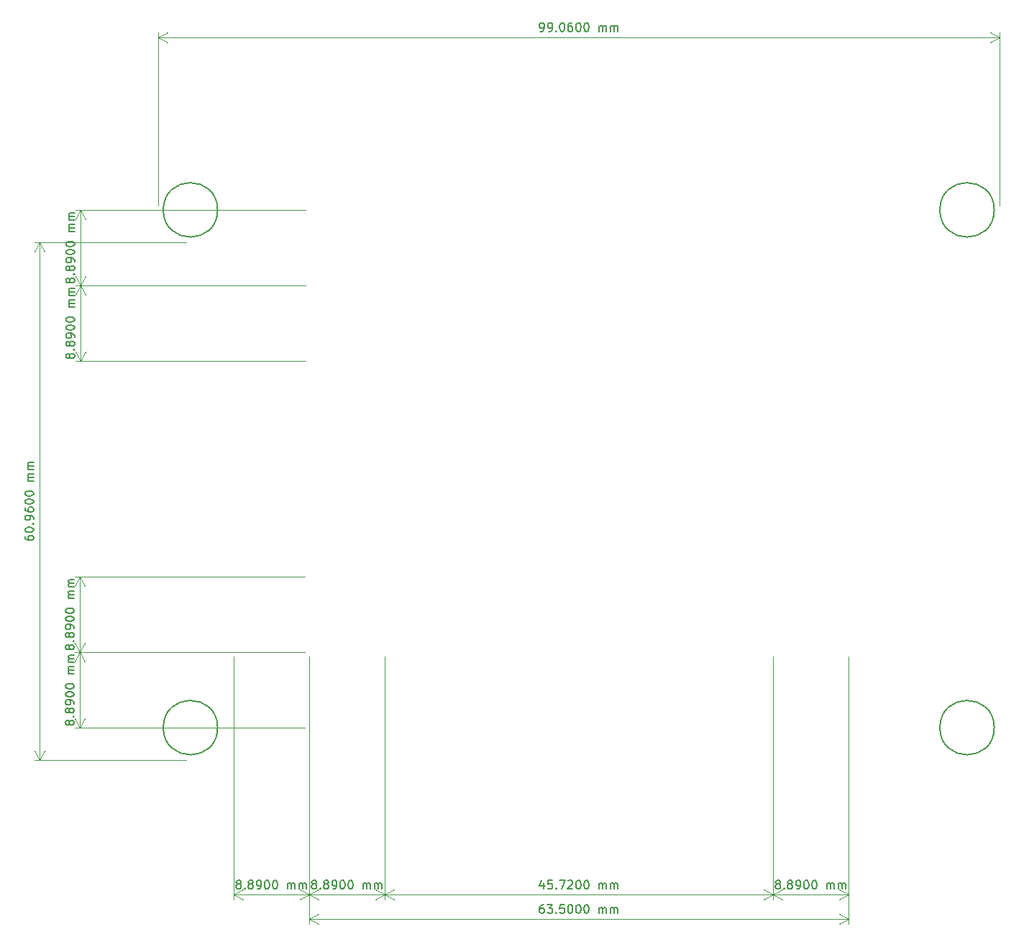
<source format=gbr>
G04 #@! TF.GenerationSoftware,KiCad,Pcbnew,8.0.0*
G04 #@! TF.CreationDate,2024-07-21T16:15:31-03:00*
G04 #@! TF.ProjectId,STM32XP,53544d33-3258-4502-9e6b-696361645f70,00*
G04 #@! TF.SameCoordinates,Original*
G04 #@! TF.FileFunction,Other,Comment*
%FSLAX46Y46*%
G04 Gerber Fmt 4.6, Leading zero omitted, Abs format (unit mm)*
G04 Created by KiCad (PCBNEW 8.0.0) date 2024-07-21 16:15:31*
%MOMM*%
%LPD*%
G01*
G04 APERTURE LIST*
%ADD10C,0.150000*%
%ADD11C,0.100000*%
G04 APERTURE END LIST*
D10*
X145857143Y-148803152D02*
X145857143Y-149469819D01*
X145619048Y-148422200D02*
X145380953Y-149136485D01*
X145380953Y-149136485D02*
X146000000Y-149136485D01*
X146857143Y-148469819D02*
X146380953Y-148469819D01*
X146380953Y-148469819D02*
X146333334Y-148946009D01*
X146333334Y-148946009D02*
X146380953Y-148898390D01*
X146380953Y-148898390D02*
X146476191Y-148850771D01*
X146476191Y-148850771D02*
X146714286Y-148850771D01*
X146714286Y-148850771D02*
X146809524Y-148898390D01*
X146809524Y-148898390D02*
X146857143Y-148946009D01*
X146857143Y-148946009D02*
X146904762Y-149041247D01*
X146904762Y-149041247D02*
X146904762Y-149279342D01*
X146904762Y-149279342D02*
X146857143Y-149374580D01*
X146857143Y-149374580D02*
X146809524Y-149422200D01*
X146809524Y-149422200D02*
X146714286Y-149469819D01*
X146714286Y-149469819D02*
X146476191Y-149469819D01*
X146476191Y-149469819D02*
X146380953Y-149422200D01*
X146380953Y-149422200D02*
X146333334Y-149374580D01*
X147333334Y-149374580D02*
X147380953Y-149422200D01*
X147380953Y-149422200D02*
X147333334Y-149469819D01*
X147333334Y-149469819D02*
X147285715Y-149422200D01*
X147285715Y-149422200D02*
X147333334Y-149374580D01*
X147333334Y-149374580D02*
X147333334Y-149469819D01*
X147714286Y-148469819D02*
X148380952Y-148469819D01*
X148380952Y-148469819D02*
X147952381Y-149469819D01*
X148714286Y-148565057D02*
X148761905Y-148517438D01*
X148761905Y-148517438D02*
X148857143Y-148469819D01*
X148857143Y-148469819D02*
X149095238Y-148469819D01*
X149095238Y-148469819D02*
X149190476Y-148517438D01*
X149190476Y-148517438D02*
X149238095Y-148565057D01*
X149238095Y-148565057D02*
X149285714Y-148660295D01*
X149285714Y-148660295D02*
X149285714Y-148755533D01*
X149285714Y-148755533D02*
X149238095Y-148898390D01*
X149238095Y-148898390D02*
X148666667Y-149469819D01*
X148666667Y-149469819D02*
X149285714Y-149469819D01*
X149904762Y-148469819D02*
X150000000Y-148469819D01*
X150000000Y-148469819D02*
X150095238Y-148517438D01*
X150095238Y-148517438D02*
X150142857Y-148565057D01*
X150142857Y-148565057D02*
X150190476Y-148660295D01*
X150190476Y-148660295D02*
X150238095Y-148850771D01*
X150238095Y-148850771D02*
X150238095Y-149088866D01*
X150238095Y-149088866D02*
X150190476Y-149279342D01*
X150190476Y-149279342D02*
X150142857Y-149374580D01*
X150142857Y-149374580D02*
X150095238Y-149422200D01*
X150095238Y-149422200D02*
X150000000Y-149469819D01*
X150000000Y-149469819D02*
X149904762Y-149469819D01*
X149904762Y-149469819D02*
X149809524Y-149422200D01*
X149809524Y-149422200D02*
X149761905Y-149374580D01*
X149761905Y-149374580D02*
X149714286Y-149279342D01*
X149714286Y-149279342D02*
X149666667Y-149088866D01*
X149666667Y-149088866D02*
X149666667Y-148850771D01*
X149666667Y-148850771D02*
X149714286Y-148660295D01*
X149714286Y-148660295D02*
X149761905Y-148565057D01*
X149761905Y-148565057D02*
X149809524Y-148517438D01*
X149809524Y-148517438D02*
X149904762Y-148469819D01*
X150857143Y-148469819D02*
X150952381Y-148469819D01*
X150952381Y-148469819D02*
X151047619Y-148517438D01*
X151047619Y-148517438D02*
X151095238Y-148565057D01*
X151095238Y-148565057D02*
X151142857Y-148660295D01*
X151142857Y-148660295D02*
X151190476Y-148850771D01*
X151190476Y-148850771D02*
X151190476Y-149088866D01*
X151190476Y-149088866D02*
X151142857Y-149279342D01*
X151142857Y-149279342D02*
X151095238Y-149374580D01*
X151095238Y-149374580D02*
X151047619Y-149422200D01*
X151047619Y-149422200D02*
X150952381Y-149469819D01*
X150952381Y-149469819D02*
X150857143Y-149469819D01*
X150857143Y-149469819D02*
X150761905Y-149422200D01*
X150761905Y-149422200D02*
X150714286Y-149374580D01*
X150714286Y-149374580D02*
X150666667Y-149279342D01*
X150666667Y-149279342D02*
X150619048Y-149088866D01*
X150619048Y-149088866D02*
X150619048Y-148850771D01*
X150619048Y-148850771D02*
X150666667Y-148660295D01*
X150666667Y-148660295D02*
X150714286Y-148565057D01*
X150714286Y-148565057D02*
X150761905Y-148517438D01*
X150761905Y-148517438D02*
X150857143Y-148469819D01*
X152380953Y-149469819D02*
X152380953Y-148803152D01*
X152380953Y-148898390D02*
X152428572Y-148850771D01*
X152428572Y-148850771D02*
X152523810Y-148803152D01*
X152523810Y-148803152D02*
X152666667Y-148803152D01*
X152666667Y-148803152D02*
X152761905Y-148850771D01*
X152761905Y-148850771D02*
X152809524Y-148946009D01*
X152809524Y-148946009D02*
X152809524Y-149469819D01*
X152809524Y-148946009D02*
X152857143Y-148850771D01*
X152857143Y-148850771D02*
X152952381Y-148803152D01*
X152952381Y-148803152D02*
X153095238Y-148803152D01*
X153095238Y-148803152D02*
X153190477Y-148850771D01*
X153190477Y-148850771D02*
X153238096Y-148946009D01*
X153238096Y-148946009D02*
X153238096Y-149469819D01*
X153714286Y-149469819D02*
X153714286Y-148803152D01*
X153714286Y-148898390D02*
X153761905Y-148850771D01*
X153761905Y-148850771D02*
X153857143Y-148803152D01*
X153857143Y-148803152D02*
X154000000Y-148803152D01*
X154000000Y-148803152D02*
X154095238Y-148850771D01*
X154095238Y-148850771D02*
X154142857Y-148946009D01*
X154142857Y-148946009D02*
X154142857Y-149469819D01*
X154142857Y-148946009D02*
X154190476Y-148850771D01*
X154190476Y-148850771D02*
X154285714Y-148803152D01*
X154285714Y-148803152D02*
X154428571Y-148803152D01*
X154428571Y-148803152D02*
X154523810Y-148850771D01*
X154523810Y-148850771D02*
X154571429Y-148946009D01*
X154571429Y-148946009D02*
X154571429Y-149469819D01*
D11*
X127140000Y-122090000D02*
X127140000Y-150751420D01*
X172860000Y-122090000D02*
X172860000Y-150751420D01*
X127140000Y-150165000D02*
X172860000Y-150165000D01*
X127140000Y-150165000D02*
X172860000Y-150165000D01*
X127140000Y-150165000D02*
X128266504Y-149578579D01*
X127140000Y-150165000D02*
X128266504Y-150751421D01*
X172860000Y-150165000D02*
X171733496Y-150751421D01*
X172860000Y-150165000D02*
X171733496Y-149578579D01*
D10*
X89995890Y-121097380D02*
X89948271Y-121192618D01*
X89948271Y-121192618D02*
X89900652Y-121240237D01*
X89900652Y-121240237D02*
X89805414Y-121287856D01*
X89805414Y-121287856D02*
X89757795Y-121287856D01*
X89757795Y-121287856D02*
X89662557Y-121240237D01*
X89662557Y-121240237D02*
X89614938Y-121192618D01*
X89614938Y-121192618D02*
X89567319Y-121097380D01*
X89567319Y-121097380D02*
X89567319Y-120906904D01*
X89567319Y-120906904D02*
X89614938Y-120811666D01*
X89614938Y-120811666D02*
X89662557Y-120764047D01*
X89662557Y-120764047D02*
X89757795Y-120716428D01*
X89757795Y-120716428D02*
X89805414Y-120716428D01*
X89805414Y-120716428D02*
X89900652Y-120764047D01*
X89900652Y-120764047D02*
X89948271Y-120811666D01*
X89948271Y-120811666D02*
X89995890Y-120906904D01*
X89995890Y-120906904D02*
X89995890Y-121097380D01*
X89995890Y-121097380D02*
X90043509Y-121192618D01*
X90043509Y-121192618D02*
X90091128Y-121240237D01*
X90091128Y-121240237D02*
X90186366Y-121287856D01*
X90186366Y-121287856D02*
X90376842Y-121287856D01*
X90376842Y-121287856D02*
X90472080Y-121240237D01*
X90472080Y-121240237D02*
X90519700Y-121192618D01*
X90519700Y-121192618D02*
X90567319Y-121097380D01*
X90567319Y-121097380D02*
X90567319Y-120906904D01*
X90567319Y-120906904D02*
X90519700Y-120811666D01*
X90519700Y-120811666D02*
X90472080Y-120764047D01*
X90472080Y-120764047D02*
X90376842Y-120716428D01*
X90376842Y-120716428D02*
X90186366Y-120716428D01*
X90186366Y-120716428D02*
X90091128Y-120764047D01*
X90091128Y-120764047D02*
X90043509Y-120811666D01*
X90043509Y-120811666D02*
X89995890Y-120906904D01*
X90472080Y-120287856D02*
X90519700Y-120240237D01*
X90519700Y-120240237D02*
X90567319Y-120287856D01*
X90567319Y-120287856D02*
X90519700Y-120335475D01*
X90519700Y-120335475D02*
X90472080Y-120287856D01*
X90472080Y-120287856D02*
X90567319Y-120287856D01*
X89995890Y-119668809D02*
X89948271Y-119764047D01*
X89948271Y-119764047D02*
X89900652Y-119811666D01*
X89900652Y-119811666D02*
X89805414Y-119859285D01*
X89805414Y-119859285D02*
X89757795Y-119859285D01*
X89757795Y-119859285D02*
X89662557Y-119811666D01*
X89662557Y-119811666D02*
X89614938Y-119764047D01*
X89614938Y-119764047D02*
X89567319Y-119668809D01*
X89567319Y-119668809D02*
X89567319Y-119478333D01*
X89567319Y-119478333D02*
X89614938Y-119383095D01*
X89614938Y-119383095D02*
X89662557Y-119335476D01*
X89662557Y-119335476D02*
X89757795Y-119287857D01*
X89757795Y-119287857D02*
X89805414Y-119287857D01*
X89805414Y-119287857D02*
X89900652Y-119335476D01*
X89900652Y-119335476D02*
X89948271Y-119383095D01*
X89948271Y-119383095D02*
X89995890Y-119478333D01*
X89995890Y-119478333D02*
X89995890Y-119668809D01*
X89995890Y-119668809D02*
X90043509Y-119764047D01*
X90043509Y-119764047D02*
X90091128Y-119811666D01*
X90091128Y-119811666D02*
X90186366Y-119859285D01*
X90186366Y-119859285D02*
X90376842Y-119859285D01*
X90376842Y-119859285D02*
X90472080Y-119811666D01*
X90472080Y-119811666D02*
X90519700Y-119764047D01*
X90519700Y-119764047D02*
X90567319Y-119668809D01*
X90567319Y-119668809D02*
X90567319Y-119478333D01*
X90567319Y-119478333D02*
X90519700Y-119383095D01*
X90519700Y-119383095D02*
X90472080Y-119335476D01*
X90472080Y-119335476D02*
X90376842Y-119287857D01*
X90376842Y-119287857D02*
X90186366Y-119287857D01*
X90186366Y-119287857D02*
X90091128Y-119335476D01*
X90091128Y-119335476D02*
X90043509Y-119383095D01*
X90043509Y-119383095D02*
X89995890Y-119478333D01*
X90567319Y-118811666D02*
X90567319Y-118621190D01*
X90567319Y-118621190D02*
X90519700Y-118525952D01*
X90519700Y-118525952D02*
X90472080Y-118478333D01*
X90472080Y-118478333D02*
X90329223Y-118383095D01*
X90329223Y-118383095D02*
X90138747Y-118335476D01*
X90138747Y-118335476D02*
X89757795Y-118335476D01*
X89757795Y-118335476D02*
X89662557Y-118383095D01*
X89662557Y-118383095D02*
X89614938Y-118430714D01*
X89614938Y-118430714D02*
X89567319Y-118525952D01*
X89567319Y-118525952D02*
X89567319Y-118716428D01*
X89567319Y-118716428D02*
X89614938Y-118811666D01*
X89614938Y-118811666D02*
X89662557Y-118859285D01*
X89662557Y-118859285D02*
X89757795Y-118906904D01*
X89757795Y-118906904D02*
X89995890Y-118906904D01*
X89995890Y-118906904D02*
X90091128Y-118859285D01*
X90091128Y-118859285D02*
X90138747Y-118811666D01*
X90138747Y-118811666D02*
X90186366Y-118716428D01*
X90186366Y-118716428D02*
X90186366Y-118525952D01*
X90186366Y-118525952D02*
X90138747Y-118430714D01*
X90138747Y-118430714D02*
X90091128Y-118383095D01*
X90091128Y-118383095D02*
X89995890Y-118335476D01*
X89567319Y-117716428D02*
X89567319Y-117621190D01*
X89567319Y-117621190D02*
X89614938Y-117525952D01*
X89614938Y-117525952D02*
X89662557Y-117478333D01*
X89662557Y-117478333D02*
X89757795Y-117430714D01*
X89757795Y-117430714D02*
X89948271Y-117383095D01*
X89948271Y-117383095D02*
X90186366Y-117383095D01*
X90186366Y-117383095D02*
X90376842Y-117430714D01*
X90376842Y-117430714D02*
X90472080Y-117478333D01*
X90472080Y-117478333D02*
X90519700Y-117525952D01*
X90519700Y-117525952D02*
X90567319Y-117621190D01*
X90567319Y-117621190D02*
X90567319Y-117716428D01*
X90567319Y-117716428D02*
X90519700Y-117811666D01*
X90519700Y-117811666D02*
X90472080Y-117859285D01*
X90472080Y-117859285D02*
X90376842Y-117906904D01*
X90376842Y-117906904D02*
X90186366Y-117954523D01*
X90186366Y-117954523D02*
X89948271Y-117954523D01*
X89948271Y-117954523D02*
X89757795Y-117906904D01*
X89757795Y-117906904D02*
X89662557Y-117859285D01*
X89662557Y-117859285D02*
X89614938Y-117811666D01*
X89614938Y-117811666D02*
X89567319Y-117716428D01*
X89567319Y-116764047D02*
X89567319Y-116668809D01*
X89567319Y-116668809D02*
X89614938Y-116573571D01*
X89614938Y-116573571D02*
X89662557Y-116525952D01*
X89662557Y-116525952D02*
X89757795Y-116478333D01*
X89757795Y-116478333D02*
X89948271Y-116430714D01*
X89948271Y-116430714D02*
X90186366Y-116430714D01*
X90186366Y-116430714D02*
X90376842Y-116478333D01*
X90376842Y-116478333D02*
X90472080Y-116525952D01*
X90472080Y-116525952D02*
X90519700Y-116573571D01*
X90519700Y-116573571D02*
X90567319Y-116668809D01*
X90567319Y-116668809D02*
X90567319Y-116764047D01*
X90567319Y-116764047D02*
X90519700Y-116859285D01*
X90519700Y-116859285D02*
X90472080Y-116906904D01*
X90472080Y-116906904D02*
X90376842Y-116954523D01*
X90376842Y-116954523D02*
X90186366Y-117002142D01*
X90186366Y-117002142D02*
X89948271Y-117002142D01*
X89948271Y-117002142D02*
X89757795Y-116954523D01*
X89757795Y-116954523D02*
X89662557Y-116906904D01*
X89662557Y-116906904D02*
X89614938Y-116859285D01*
X89614938Y-116859285D02*
X89567319Y-116764047D01*
X90567319Y-115240237D02*
X89900652Y-115240237D01*
X89995890Y-115240237D02*
X89948271Y-115192618D01*
X89948271Y-115192618D02*
X89900652Y-115097380D01*
X89900652Y-115097380D02*
X89900652Y-114954523D01*
X89900652Y-114954523D02*
X89948271Y-114859285D01*
X89948271Y-114859285D02*
X90043509Y-114811666D01*
X90043509Y-114811666D02*
X90567319Y-114811666D01*
X90043509Y-114811666D02*
X89948271Y-114764047D01*
X89948271Y-114764047D02*
X89900652Y-114668809D01*
X89900652Y-114668809D02*
X89900652Y-114525952D01*
X89900652Y-114525952D02*
X89948271Y-114430713D01*
X89948271Y-114430713D02*
X90043509Y-114383094D01*
X90043509Y-114383094D02*
X90567319Y-114383094D01*
X90567319Y-113906904D02*
X89900652Y-113906904D01*
X89995890Y-113906904D02*
X89948271Y-113859285D01*
X89948271Y-113859285D02*
X89900652Y-113764047D01*
X89900652Y-113764047D02*
X89900652Y-113621190D01*
X89900652Y-113621190D02*
X89948271Y-113525952D01*
X89948271Y-113525952D02*
X90043509Y-113478333D01*
X90043509Y-113478333D02*
X90567319Y-113478333D01*
X90043509Y-113478333D02*
X89948271Y-113430714D01*
X89948271Y-113430714D02*
X89900652Y-113335476D01*
X89900652Y-113335476D02*
X89900652Y-113192619D01*
X89900652Y-113192619D02*
X89948271Y-113097380D01*
X89948271Y-113097380D02*
X90043509Y-113049761D01*
X90043509Y-113049761D02*
X90567319Y-113049761D01*
D11*
X117750000Y-121590000D02*
X90676080Y-121590000D01*
X117750000Y-112700000D02*
X90676080Y-112700000D01*
X91262500Y-121590000D02*
X91262500Y-112700000D01*
X91262500Y-121590000D02*
X91262500Y-112700000D01*
X91262500Y-121590000D02*
X90676079Y-120463496D01*
X91262500Y-121590000D02*
X91848921Y-120463496D01*
X91262500Y-112700000D02*
X91848921Y-113826504D01*
X91262500Y-112700000D02*
X90676079Y-113826504D01*
D10*
X118742619Y-148898390D02*
X118647381Y-148850771D01*
X118647381Y-148850771D02*
X118599762Y-148803152D01*
X118599762Y-148803152D02*
X118552143Y-148707914D01*
X118552143Y-148707914D02*
X118552143Y-148660295D01*
X118552143Y-148660295D02*
X118599762Y-148565057D01*
X118599762Y-148565057D02*
X118647381Y-148517438D01*
X118647381Y-148517438D02*
X118742619Y-148469819D01*
X118742619Y-148469819D02*
X118933095Y-148469819D01*
X118933095Y-148469819D02*
X119028333Y-148517438D01*
X119028333Y-148517438D02*
X119075952Y-148565057D01*
X119075952Y-148565057D02*
X119123571Y-148660295D01*
X119123571Y-148660295D02*
X119123571Y-148707914D01*
X119123571Y-148707914D02*
X119075952Y-148803152D01*
X119075952Y-148803152D02*
X119028333Y-148850771D01*
X119028333Y-148850771D02*
X118933095Y-148898390D01*
X118933095Y-148898390D02*
X118742619Y-148898390D01*
X118742619Y-148898390D02*
X118647381Y-148946009D01*
X118647381Y-148946009D02*
X118599762Y-148993628D01*
X118599762Y-148993628D02*
X118552143Y-149088866D01*
X118552143Y-149088866D02*
X118552143Y-149279342D01*
X118552143Y-149279342D02*
X118599762Y-149374580D01*
X118599762Y-149374580D02*
X118647381Y-149422200D01*
X118647381Y-149422200D02*
X118742619Y-149469819D01*
X118742619Y-149469819D02*
X118933095Y-149469819D01*
X118933095Y-149469819D02*
X119028333Y-149422200D01*
X119028333Y-149422200D02*
X119075952Y-149374580D01*
X119075952Y-149374580D02*
X119123571Y-149279342D01*
X119123571Y-149279342D02*
X119123571Y-149088866D01*
X119123571Y-149088866D02*
X119075952Y-148993628D01*
X119075952Y-148993628D02*
X119028333Y-148946009D01*
X119028333Y-148946009D02*
X118933095Y-148898390D01*
X119552143Y-149374580D02*
X119599762Y-149422200D01*
X119599762Y-149422200D02*
X119552143Y-149469819D01*
X119552143Y-149469819D02*
X119504524Y-149422200D01*
X119504524Y-149422200D02*
X119552143Y-149374580D01*
X119552143Y-149374580D02*
X119552143Y-149469819D01*
X120171190Y-148898390D02*
X120075952Y-148850771D01*
X120075952Y-148850771D02*
X120028333Y-148803152D01*
X120028333Y-148803152D02*
X119980714Y-148707914D01*
X119980714Y-148707914D02*
X119980714Y-148660295D01*
X119980714Y-148660295D02*
X120028333Y-148565057D01*
X120028333Y-148565057D02*
X120075952Y-148517438D01*
X120075952Y-148517438D02*
X120171190Y-148469819D01*
X120171190Y-148469819D02*
X120361666Y-148469819D01*
X120361666Y-148469819D02*
X120456904Y-148517438D01*
X120456904Y-148517438D02*
X120504523Y-148565057D01*
X120504523Y-148565057D02*
X120552142Y-148660295D01*
X120552142Y-148660295D02*
X120552142Y-148707914D01*
X120552142Y-148707914D02*
X120504523Y-148803152D01*
X120504523Y-148803152D02*
X120456904Y-148850771D01*
X120456904Y-148850771D02*
X120361666Y-148898390D01*
X120361666Y-148898390D02*
X120171190Y-148898390D01*
X120171190Y-148898390D02*
X120075952Y-148946009D01*
X120075952Y-148946009D02*
X120028333Y-148993628D01*
X120028333Y-148993628D02*
X119980714Y-149088866D01*
X119980714Y-149088866D02*
X119980714Y-149279342D01*
X119980714Y-149279342D02*
X120028333Y-149374580D01*
X120028333Y-149374580D02*
X120075952Y-149422200D01*
X120075952Y-149422200D02*
X120171190Y-149469819D01*
X120171190Y-149469819D02*
X120361666Y-149469819D01*
X120361666Y-149469819D02*
X120456904Y-149422200D01*
X120456904Y-149422200D02*
X120504523Y-149374580D01*
X120504523Y-149374580D02*
X120552142Y-149279342D01*
X120552142Y-149279342D02*
X120552142Y-149088866D01*
X120552142Y-149088866D02*
X120504523Y-148993628D01*
X120504523Y-148993628D02*
X120456904Y-148946009D01*
X120456904Y-148946009D02*
X120361666Y-148898390D01*
X121028333Y-149469819D02*
X121218809Y-149469819D01*
X121218809Y-149469819D02*
X121314047Y-149422200D01*
X121314047Y-149422200D02*
X121361666Y-149374580D01*
X121361666Y-149374580D02*
X121456904Y-149231723D01*
X121456904Y-149231723D02*
X121504523Y-149041247D01*
X121504523Y-149041247D02*
X121504523Y-148660295D01*
X121504523Y-148660295D02*
X121456904Y-148565057D01*
X121456904Y-148565057D02*
X121409285Y-148517438D01*
X121409285Y-148517438D02*
X121314047Y-148469819D01*
X121314047Y-148469819D02*
X121123571Y-148469819D01*
X121123571Y-148469819D02*
X121028333Y-148517438D01*
X121028333Y-148517438D02*
X120980714Y-148565057D01*
X120980714Y-148565057D02*
X120933095Y-148660295D01*
X120933095Y-148660295D02*
X120933095Y-148898390D01*
X120933095Y-148898390D02*
X120980714Y-148993628D01*
X120980714Y-148993628D02*
X121028333Y-149041247D01*
X121028333Y-149041247D02*
X121123571Y-149088866D01*
X121123571Y-149088866D02*
X121314047Y-149088866D01*
X121314047Y-149088866D02*
X121409285Y-149041247D01*
X121409285Y-149041247D02*
X121456904Y-148993628D01*
X121456904Y-148993628D02*
X121504523Y-148898390D01*
X122123571Y-148469819D02*
X122218809Y-148469819D01*
X122218809Y-148469819D02*
X122314047Y-148517438D01*
X122314047Y-148517438D02*
X122361666Y-148565057D01*
X122361666Y-148565057D02*
X122409285Y-148660295D01*
X122409285Y-148660295D02*
X122456904Y-148850771D01*
X122456904Y-148850771D02*
X122456904Y-149088866D01*
X122456904Y-149088866D02*
X122409285Y-149279342D01*
X122409285Y-149279342D02*
X122361666Y-149374580D01*
X122361666Y-149374580D02*
X122314047Y-149422200D01*
X122314047Y-149422200D02*
X122218809Y-149469819D01*
X122218809Y-149469819D02*
X122123571Y-149469819D01*
X122123571Y-149469819D02*
X122028333Y-149422200D01*
X122028333Y-149422200D02*
X121980714Y-149374580D01*
X121980714Y-149374580D02*
X121933095Y-149279342D01*
X121933095Y-149279342D02*
X121885476Y-149088866D01*
X121885476Y-149088866D02*
X121885476Y-148850771D01*
X121885476Y-148850771D02*
X121933095Y-148660295D01*
X121933095Y-148660295D02*
X121980714Y-148565057D01*
X121980714Y-148565057D02*
X122028333Y-148517438D01*
X122028333Y-148517438D02*
X122123571Y-148469819D01*
X123075952Y-148469819D02*
X123171190Y-148469819D01*
X123171190Y-148469819D02*
X123266428Y-148517438D01*
X123266428Y-148517438D02*
X123314047Y-148565057D01*
X123314047Y-148565057D02*
X123361666Y-148660295D01*
X123361666Y-148660295D02*
X123409285Y-148850771D01*
X123409285Y-148850771D02*
X123409285Y-149088866D01*
X123409285Y-149088866D02*
X123361666Y-149279342D01*
X123361666Y-149279342D02*
X123314047Y-149374580D01*
X123314047Y-149374580D02*
X123266428Y-149422200D01*
X123266428Y-149422200D02*
X123171190Y-149469819D01*
X123171190Y-149469819D02*
X123075952Y-149469819D01*
X123075952Y-149469819D02*
X122980714Y-149422200D01*
X122980714Y-149422200D02*
X122933095Y-149374580D01*
X122933095Y-149374580D02*
X122885476Y-149279342D01*
X122885476Y-149279342D02*
X122837857Y-149088866D01*
X122837857Y-149088866D02*
X122837857Y-148850771D01*
X122837857Y-148850771D02*
X122885476Y-148660295D01*
X122885476Y-148660295D02*
X122933095Y-148565057D01*
X122933095Y-148565057D02*
X122980714Y-148517438D01*
X122980714Y-148517438D02*
X123075952Y-148469819D01*
X124599762Y-149469819D02*
X124599762Y-148803152D01*
X124599762Y-148898390D02*
X124647381Y-148850771D01*
X124647381Y-148850771D02*
X124742619Y-148803152D01*
X124742619Y-148803152D02*
X124885476Y-148803152D01*
X124885476Y-148803152D02*
X124980714Y-148850771D01*
X124980714Y-148850771D02*
X125028333Y-148946009D01*
X125028333Y-148946009D02*
X125028333Y-149469819D01*
X125028333Y-148946009D02*
X125075952Y-148850771D01*
X125075952Y-148850771D02*
X125171190Y-148803152D01*
X125171190Y-148803152D02*
X125314047Y-148803152D01*
X125314047Y-148803152D02*
X125409286Y-148850771D01*
X125409286Y-148850771D02*
X125456905Y-148946009D01*
X125456905Y-148946009D02*
X125456905Y-149469819D01*
X125933095Y-149469819D02*
X125933095Y-148803152D01*
X125933095Y-148898390D02*
X125980714Y-148850771D01*
X125980714Y-148850771D02*
X126075952Y-148803152D01*
X126075952Y-148803152D02*
X126218809Y-148803152D01*
X126218809Y-148803152D02*
X126314047Y-148850771D01*
X126314047Y-148850771D02*
X126361666Y-148946009D01*
X126361666Y-148946009D02*
X126361666Y-149469819D01*
X126361666Y-148946009D02*
X126409285Y-148850771D01*
X126409285Y-148850771D02*
X126504523Y-148803152D01*
X126504523Y-148803152D02*
X126647380Y-148803152D01*
X126647380Y-148803152D02*
X126742619Y-148850771D01*
X126742619Y-148850771D02*
X126790238Y-148946009D01*
X126790238Y-148946009D02*
X126790238Y-149469819D01*
D11*
X118250000Y-122090000D02*
X118250000Y-150751420D01*
X127140000Y-122090000D02*
X127140000Y-150751420D01*
X118250000Y-150165000D02*
X127140000Y-150165000D01*
X118250000Y-150165000D02*
X127140000Y-150165000D01*
X118250000Y-150165000D02*
X119376504Y-149578579D01*
X118250000Y-150165000D02*
X119376504Y-150751421D01*
X127140000Y-150165000D02*
X126013496Y-150751421D01*
X127140000Y-150165000D02*
X126013496Y-149578579D01*
D10*
X145476191Y-48504819D02*
X145666667Y-48504819D01*
X145666667Y-48504819D02*
X145761905Y-48457200D01*
X145761905Y-48457200D02*
X145809524Y-48409580D01*
X145809524Y-48409580D02*
X145904762Y-48266723D01*
X145904762Y-48266723D02*
X145952381Y-48076247D01*
X145952381Y-48076247D02*
X145952381Y-47695295D01*
X145952381Y-47695295D02*
X145904762Y-47600057D01*
X145904762Y-47600057D02*
X145857143Y-47552438D01*
X145857143Y-47552438D02*
X145761905Y-47504819D01*
X145761905Y-47504819D02*
X145571429Y-47504819D01*
X145571429Y-47504819D02*
X145476191Y-47552438D01*
X145476191Y-47552438D02*
X145428572Y-47600057D01*
X145428572Y-47600057D02*
X145380953Y-47695295D01*
X145380953Y-47695295D02*
X145380953Y-47933390D01*
X145380953Y-47933390D02*
X145428572Y-48028628D01*
X145428572Y-48028628D02*
X145476191Y-48076247D01*
X145476191Y-48076247D02*
X145571429Y-48123866D01*
X145571429Y-48123866D02*
X145761905Y-48123866D01*
X145761905Y-48123866D02*
X145857143Y-48076247D01*
X145857143Y-48076247D02*
X145904762Y-48028628D01*
X145904762Y-48028628D02*
X145952381Y-47933390D01*
X146428572Y-48504819D02*
X146619048Y-48504819D01*
X146619048Y-48504819D02*
X146714286Y-48457200D01*
X146714286Y-48457200D02*
X146761905Y-48409580D01*
X146761905Y-48409580D02*
X146857143Y-48266723D01*
X146857143Y-48266723D02*
X146904762Y-48076247D01*
X146904762Y-48076247D02*
X146904762Y-47695295D01*
X146904762Y-47695295D02*
X146857143Y-47600057D01*
X146857143Y-47600057D02*
X146809524Y-47552438D01*
X146809524Y-47552438D02*
X146714286Y-47504819D01*
X146714286Y-47504819D02*
X146523810Y-47504819D01*
X146523810Y-47504819D02*
X146428572Y-47552438D01*
X146428572Y-47552438D02*
X146380953Y-47600057D01*
X146380953Y-47600057D02*
X146333334Y-47695295D01*
X146333334Y-47695295D02*
X146333334Y-47933390D01*
X146333334Y-47933390D02*
X146380953Y-48028628D01*
X146380953Y-48028628D02*
X146428572Y-48076247D01*
X146428572Y-48076247D02*
X146523810Y-48123866D01*
X146523810Y-48123866D02*
X146714286Y-48123866D01*
X146714286Y-48123866D02*
X146809524Y-48076247D01*
X146809524Y-48076247D02*
X146857143Y-48028628D01*
X146857143Y-48028628D02*
X146904762Y-47933390D01*
X147333334Y-48409580D02*
X147380953Y-48457200D01*
X147380953Y-48457200D02*
X147333334Y-48504819D01*
X147333334Y-48504819D02*
X147285715Y-48457200D01*
X147285715Y-48457200D02*
X147333334Y-48409580D01*
X147333334Y-48409580D02*
X147333334Y-48504819D01*
X148000000Y-47504819D02*
X148095238Y-47504819D01*
X148095238Y-47504819D02*
X148190476Y-47552438D01*
X148190476Y-47552438D02*
X148238095Y-47600057D01*
X148238095Y-47600057D02*
X148285714Y-47695295D01*
X148285714Y-47695295D02*
X148333333Y-47885771D01*
X148333333Y-47885771D02*
X148333333Y-48123866D01*
X148333333Y-48123866D02*
X148285714Y-48314342D01*
X148285714Y-48314342D02*
X148238095Y-48409580D01*
X148238095Y-48409580D02*
X148190476Y-48457200D01*
X148190476Y-48457200D02*
X148095238Y-48504819D01*
X148095238Y-48504819D02*
X148000000Y-48504819D01*
X148000000Y-48504819D02*
X147904762Y-48457200D01*
X147904762Y-48457200D02*
X147857143Y-48409580D01*
X147857143Y-48409580D02*
X147809524Y-48314342D01*
X147809524Y-48314342D02*
X147761905Y-48123866D01*
X147761905Y-48123866D02*
X147761905Y-47885771D01*
X147761905Y-47885771D02*
X147809524Y-47695295D01*
X147809524Y-47695295D02*
X147857143Y-47600057D01*
X147857143Y-47600057D02*
X147904762Y-47552438D01*
X147904762Y-47552438D02*
X148000000Y-47504819D01*
X149190476Y-47504819D02*
X149000000Y-47504819D01*
X149000000Y-47504819D02*
X148904762Y-47552438D01*
X148904762Y-47552438D02*
X148857143Y-47600057D01*
X148857143Y-47600057D02*
X148761905Y-47742914D01*
X148761905Y-47742914D02*
X148714286Y-47933390D01*
X148714286Y-47933390D02*
X148714286Y-48314342D01*
X148714286Y-48314342D02*
X148761905Y-48409580D01*
X148761905Y-48409580D02*
X148809524Y-48457200D01*
X148809524Y-48457200D02*
X148904762Y-48504819D01*
X148904762Y-48504819D02*
X149095238Y-48504819D01*
X149095238Y-48504819D02*
X149190476Y-48457200D01*
X149190476Y-48457200D02*
X149238095Y-48409580D01*
X149238095Y-48409580D02*
X149285714Y-48314342D01*
X149285714Y-48314342D02*
X149285714Y-48076247D01*
X149285714Y-48076247D02*
X149238095Y-47981009D01*
X149238095Y-47981009D02*
X149190476Y-47933390D01*
X149190476Y-47933390D02*
X149095238Y-47885771D01*
X149095238Y-47885771D02*
X148904762Y-47885771D01*
X148904762Y-47885771D02*
X148809524Y-47933390D01*
X148809524Y-47933390D02*
X148761905Y-47981009D01*
X148761905Y-47981009D02*
X148714286Y-48076247D01*
X149904762Y-47504819D02*
X150000000Y-47504819D01*
X150000000Y-47504819D02*
X150095238Y-47552438D01*
X150095238Y-47552438D02*
X150142857Y-47600057D01*
X150142857Y-47600057D02*
X150190476Y-47695295D01*
X150190476Y-47695295D02*
X150238095Y-47885771D01*
X150238095Y-47885771D02*
X150238095Y-48123866D01*
X150238095Y-48123866D02*
X150190476Y-48314342D01*
X150190476Y-48314342D02*
X150142857Y-48409580D01*
X150142857Y-48409580D02*
X150095238Y-48457200D01*
X150095238Y-48457200D02*
X150000000Y-48504819D01*
X150000000Y-48504819D02*
X149904762Y-48504819D01*
X149904762Y-48504819D02*
X149809524Y-48457200D01*
X149809524Y-48457200D02*
X149761905Y-48409580D01*
X149761905Y-48409580D02*
X149714286Y-48314342D01*
X149714286Y-48314342D02*
X149666667Y-48123866D01*
X149666667Y-48123866D02*
X149666667Y-47885771D01*
X149666667Y-47885771D02*
X149714286Y-47695295D01*
X149714286Y-47695295D02*
X149761905Y-47600057D01*
X149761905Y-47600057D02*
X149809524Y-47552438D01*
X149809524Y-47552438D02*
X149904762Y-47504819D01*
X150857143Y-47504819D02*
X150952381Y-47504819D01*
X150952381Y-47504819D02*
X151047619Y-47552438D01*
X151047619Y-47552438D02*
X151095238Y-47600057D01*
X151095238Y-47600057D02*
X151142857Y-47695295D01*
X151142857Y-47695295D02*
X151190476Y-47885771D01*
X151190476Y-47885771D02*
X151190476Y-48123866D01*
X151190476Y-48123866D02*
X151142857Y-48314342D01*
X151142857Y-48314342D02*
X151095238Y-48409580D01*
X151095238Y-48409580D02*
X151047619Y-48457200D01*
X151047619Y-48457200D02*
X150952381Y-48504819D01*
X150952381Y-48504819D02*
X150857143Y-48504819D01*
X150857143Y-48504819D02*
X150761905Y-48457200D01*
X150761905Y-48457200D02*
X150714286Y-48409580D01*
X150714286Y-48409580D02*
X150666667Y-48314342D01*
X150666667Y-48314342D02*
X150619048Y-48123866D01*
X150619048Y-48123866D02*
X150619048Y-47885771D01*
X150619048Y-47885771D02*
X150666667Y-47695295D01*
X150666667Y-47695295D02*
X150714286Y-47600057D01*
X150714286Y-47600057D02*
X150761905Y-47552438D01*
X150761905Y-47552438D02*
X150857143Y-47504819D01*
X152380953Y-48504819D02*
X152380953Y-47838152D01*
X152380953Y-47933390D02*
X152428572Y-47885771D01*
X152428572Y-47885771D02*
X152523810Y-47838152D01*
X152523810Y-47838152D02*
X152666667Y-47838152D01*
X152666667Y-47838152D02*
X152761905Y-47885771D01*
X152761905Y-47885771D02*
X152809524Y-47981009D01*
X152809524Y-47981009D02*
X152809524Y-48504819D01*
X152809524Y-47981009D02*
X152857143Y-47885771D01*
X152857143Y-47885771D02*
X152952381Y-47838152D01*
X152952381Y-47838152D02*
X153095238Y-47838152D01*
X153095238Y-47838152D02*
X153190477Y-47885771D01*
X153190477Y-47885771D02*
X153238096Y-47981009D01*
X153238096Y-47981009D02*
X153238096Y-48504819D01*
X153714286Y-48504819D02*
X153714286Y-47838152D01*
X153714286Y-47933390D02*
X153761905Y-47885771D01*
X153761905Y-47885771D02*
X153857143Y-47838152D01*
X153857143Y-47838152D02*
X154000000Y-47838152D01*
X154000000Y-47838152D02*
X154095238Y-47885771D01*
X154095238Y-47885771D02*
X154142857Y-47981009D01*
X154142857Y-47981009D02*
X154142857Y-48504819D01*
X154142857Y-47981009D02*
X154190476Y-47885771D01*
X154190476Y-47885771D02*
X154285714Y-47838152D01*
X154285714Y-47838152D02*
X154428571Y-47838152D01*
X154428571Y-47838152D02*
X154523810Y-47885771D01*
X154523810Y-47885771D02*
X154571429Y-47981009D01*
X154571429Y-47981009D02*
X154571429Y-48504819D01*
D11*
X100470000Y-69020000D02*
X100470000Y-48613580D01*
X199530000Y-69020000D02*
X199530000Y-48613580D01*
X100470000Y-49200000D02*
X199530000Y-49200000D01*
X100470000Y-49200000D02*
X199530000Y-49200000D01*
X100470000Y-49200000D02*
X101596504Y-48613579D01*
X100470000Y-49200000D02*
X101596504Y-49786421D01*
X199530000Y-49200000D02*
X198403496Y-49786421D01*
X199530000Y-49200000D02*
X198403496Y-48613579D01*
D10*
X90059390Y-77917380D02*
X90011771Y-78012618D01*
X90011771Y-78012618D02*
X89964152Y-78060237D01*
X89964152Y-78060237D02*
X89868914Y-78107856D01*
X89868914Y-78107856D02*
X89821295Y-78107856D01*
X89821295Y-78107856D02*
X89726057Y-78060237D01*
X89726057Y-78060237D02*
X89678438Y-78012618D01*
X89678438Y-78012618D02*
X89630819Y-77917380D01*
X89630819Y-77917380D02*
X89630819Y-77726904D01*
X89630819Y-77726904D02*
X89678438Y-77631666D01*
X89678438Y-77631666D02*
X89726057Y-77584047D01*
X89726057Y-77584047D02*
X89821295Y-77536428D01*
X89821295Y-77536428D02*
X89868914Y-77536428D01*
X89868914Y-77536428D02*
X89964152Y-77584047D01*
X89964152Y-77584047D02*
X90011771Y-77631666D01*
X90011771Y-77631666D02*
X90059390Y-77726904D01*
X90059390Y-77726904D02*
X90059390Y-77917380D01*
X90059390Y-77917380D02*
X90107009Y-78012618D01*
X90107009Y-78012618D02*
X90154628Y-78060237D01*
X90154628Y-78060237D02*
X90249866Y-78107856D01*
X90249866Y-78107856D02*
X90440342Y-78107856D01*
X90440342Y-78107856D02*
X90535580Y-78060237D01*
X90535580Y-78060237D02*
X90583200Y-78012618D01*
X90583200Y-78012618D02*
X90630819Y-77917380D01*
X90630819Y-77917380D02*
X90630819Y-77726904D01*
X90630819Y-77726904D02*
X90583200Y-77631666D01*
X90583200Y-77631666D02*
X90535580Y-77584047D01*
X90535580Y-77584047D02*
X90440342Y-77536428D01*
X90440342Y-77536428D02*
X90249866Y-77536428D01*
X90249866Y-77536428D02*
X90154628Y-77584047D01*
X90154628Y-77584047D02*
X90107009Y-77631666D01*
X90107009Y-77631666D02*
X90059390Y-77726904D01*
X90535580Y-77107856D02*
X90583200Y-77060237D01*
X90583200Y-77060237D02*
X90630819Y-77107856D01*
X90630819Y-77107856D02*
X90583200Y-77155475D01*
X90583200Y-77155475D02*
X90535580Y-77107856D01*
X90535580Y-77107856D02*
X90630819Y-77107856D01*
X90059390Y-76488809D02*
X90011771Y-76584047D01*
X90011771Y-76584047D02*
X89964152Y-76631666D01*
X89964152Y-76631666D02*
X89868914Y-76679285D01*
X89868914Y-76679285D02*
X89821295Y-76679285D01*
X89821295Y-76679285D02*
X89726057Y-76631666D01*
X89726057Y-76631666D02*
X89678438Y-76584047D01*
X89678438Y-76584047D02*
X89630819Y-76488809D01*
X89630819Y-76488809D02*
X89630819Y-76298333D01*
X89630819Y-76298333D02*
X89678438Y-76203095D01*
X89678438Y-76203095D02*
X89726057Y-76155476D01*
X89726057Y-76155476D02*
X89821295Y-76107857D01*
X89821295Y-76107857D02*
X89868914Y-76107857D01*
X89868914Y-76107857D02*
X89964152Y-76155476D01*
X89964152Y-76155476D02*
X90011771Y-76203095D01*
X90011771Y-76203095D02*
X90059390Y-76298333D01*
X90059390Y-76298333D02*
X90059390Y-76488809D01*
X90059390Y-76488809D02*
X90107009Y-76584047D01*
X90107009Y-76584047D02*
X90154628Y-76631666D01*
X90154628Y-76631666D02*
X90249866Y-76679285D01*
X90249866Y-76679285D02*
X90440342Y-76679285D01*
X90440342Y-76679285D02*
X90535580Y-76631666D01*
X90535580Y-76631666D02*
X90583200Y-76584047D01*
X90583200Y-76584047D02*
X90630819Y-76488809D01*
X90630819Y-76488809D02*
X90630819Y-76298333D01*
X90630819Y-76298333D02*
X90583200Y-76203095D01*
X90583200Y-76203095D02*
X90535580Y-76155476D01*
X90535580Y-76155476D02*
X90440342Y-76107857D01*
X90440342Y-76107857D02*
X90249866Y-76107857D01*
X90249866Y-76107857D02*
X90154628Y-76155476D01*
X90154628Y-76155476D02*
X90107009Y-76203095D01*
X90107009Y-76203095D02*
X90059390Y-76298333D01*
X90630819Y-75631666D02*
X90630819Y-75441190D01*
X90630819Y-75441190D02*
X90583200Y-75345952D01*
X90583200Y-75345952D02*
X90535580Y-75298333D01*
X90535580Y-75298333D02*
X90392723Y-75203095D01*
X90392723Y-75203095D02*
X90202247Y-75155476D01*
X90202247Y-75155476D02*
X89821295Y-75155476D01*
X89821295Y-75155476D02*
X89726057Y-75203095D01*
X89726057Y-75203095D02*
X89678438Y-75250714D01*
X89678438Y-75250714D02*
X89630819Y-75345952D01*
X89630819Y-75345952D02*
X89630819Y-75536428D01*
X89630819Y-75536428D02*
X89678438Y-75631666D01*
X89678438Y-75631666D02*
X89726057Y-75679285D01*
X89726057Y-75679285D02*
X89821295Y-75726904D01*
X89821295Y-75726904D02*
X90059390Y-75726904D01*
X90059390Y-75726904D02*
X90154628Y-75679285D01*
X90154628Y-75679285D02*
X90202247Y-75631666D01*
X90202247Y-75631666D02*
X90249866Y-75536428D01*
X90249866Y-75536428D02*
X90249866Y-75345952D01*
X90249866Y-75345952D02*
X90202247Y-75250714D01*
X90202247Y-75250714D02*
X90154628Y-75203095D01*
X90154628Y-75203095D02*
X90059390Y-75155476D01*
X89630819Y-74536428D02*
X89630819Y-74441190D01*
X89630819Y-74441190D02*
X89678438Y-74345952D01*
X89678438Y-74345952D02*
X89726057Y-74298333D01*
X89726057Y-74298333D02*
X89821295Y-74250714D01*
X89821295Y-74250714D02*
X90011771Y-74203095D01*
X90011771Y-74203095D02*
X90249866Y-74203095D01*
X90249866Y-74203095D02*
X90440342Y-74250714D01*
X90440342Y-74250714D02*
X90535580Y-74298333D01*
X90535580Y-74298333D02*
X90583200Y-74345952D01*
X90583200Y-74345952D02*
X90630819Y-74441190D01*
X90630819Y-74441190D02*
X90630819Y-74536428D01*
X90630819Y-74536428D02*
X90583200Y-74631666D01*
X90583200Y-74631666D02*
X90535580Y-74679285D01*
X90535580Y-74679285D02*
X90440342Y-74726904D01*
X90440342Y-74726904D02*
X90249866Y-74774523D01*
X90249866Y-74774523D02*
X90011771Y-74774523D01*
X90011771Y-74774523D02*
X89821295Y-74726904D01*
X89821295Y-74726904D02*
X89726057Y-74679285D01*
X89726057Y-74679285D02*
X89678438Y-74631666D01*
X89678438Y-74631666D02*
X89630819Y-74536428D01*
X89630819Y-73584047D02*
X89630819Y-73488809D01*
X89630819Y-73488809D02*
X89678438Y-73393571D01*
X89678438Y-73393571D02*
X89726057Y-73345952D01*
X89726057Y-73345952D02*
X89821295Y-73298333D01*
X89821295Y-73298333D02*
X90011771Y-73250714D01*
X90011771Y-73250714D02*
X90249866Y-73250714D01*
X90249866Y-73250714D02*
X90440342Y-73298333D01*
X90440342Y-73298333D02*
X90535580Y-73345952D01*
X90535580Y-73345952D02*
X90583200Y-73393571D01*
X90583200Y-73393571D02*
X90630819Y-73488809D01*
X90630819Y-73488809D02*
X90630819Y-73584047D01*
X90630819Y-73584047D02*
X90583200Y-73679285D01*
X90583200Y-73679285D02*
X90535580Y-73726904D01*
X90535580Y-73726904D02*
X90440342Y-73774523D01*
X90440342Y-73774523D02*
X90249866Y-73822142D01*
X90249866Y-73822142D02*
X90011771Y-73822142D01*
X90011771Y-73822142D02*
X89821295Y-73774523D01*
X89821295Y-73774523D02*
X89726057Y-73726904D01*
X89726057Y-73726904D02*
X89678438Y-73679285D01*
X89678438Y-73679285D02*
X89630819Y-73584047D01*
X90630819Y-72060237D02*
X89964152Y-72060237D01*
X90059390Y-72060237D02*
X90011771Y-72012618D01*
X90011771Y-72012618D02*
X89964152Y-71917380D01*
X89964152Y-71917380D02*
X89964152Y-71774523D01*
X89964152Y-71774523D02*
X90011771Y-71679285D01*
X90011771Y-71679285D02*
X90107009Y-71631666D01*
X90107009Y-71631666D02*
X90630819Y-71631666D01*
X90107009Y-71631666D02*
X90011771Y-71584047D01*
X90011771Y-71584047D02*
X89964152Y-71488809D01*
X89964152Y-71488809D02*
X89964152Y-71345952D01*
X89964152Y-71345952D02*
X90011771Y-71250713D01*
X90011771Y-71250713D02*
X90107009Y-71203094D01*
X90107009Y-71203094D02*
X90630819Y-71203094D01*
X90630819Y-70726904D02*
X89964152Y-70726904D01*
X90059390Y-70726904D02*
X90011771Y-70679285D01*
X90011771Y-70679285D02*
X89964152Y-70584047D01*
X89964152Y-70584047D02*
X89964152Y-70441190D01*
X89964152Y-70441190D02*
X90011771Y-70345952D01*
X90011771Y-70345952D02*
X90107009Y-70298333D01*
X90107009Y-70298333D02*
X90630819Y-70298333D01*
X90107009Y-70298333D02*
X90011771Y-70250714D01*
X90011771Y-70250714D02*
X89964152Y-70155476D01*
X89964152Y-70155476D02*
X89964152Y-70012619D01*
X89964152Y-70012619D02*
X90011771Y-69917380D01*
X90011771Y-69917380D02*
X90107009Y-69869761D01*
X90107009Y-69869761D02*
X90630819Y-69869761D01*
D11*
X117813500Y-78410000D02*
X90739580Y-78410000D01*
X117813500Y-69520000D02*
X90739580Y-69520000D01*
X91326000Y-78410000D02*
X91326000Y-69520000D01*
X91326000Y-78410000D02*
X91326000Y-69520000D01*
X91326000Y-78410000D02*
X90739579Y-77283496D01*
X91326000Y-78410000D02*
X91912421Y-77283496D01*
X91326000Y-69520000D02*
X91912421Y-70646504D01*
X91326000Y-69520000D02*
X90739579Y-70646504D01*
D10*
X173352619Y-148898390D02*
X173257381Y-148850771D01*
X173257381Y-148850771D02*
X173209762Y-148803152D01*
X173209762Y-148803152D02*
X173162143Y-148707914D01*
X173162143Y-148707914D02*
X173162143Y-148660295D01*
X173162143Y-148660295D02*
X173209762Y-148565057D01*
X173209762Y-148565057D02*
X173257381Y-148517438D01*
X173257381Y-148517438D02*
X173352619Y-148469819D01*
X173352619Y-148469819D02*
X173543095Y-148469819D01*
X173543095Y-148469819D02*
X173638333Y-148517438D01*
X173638333Y-148517438D02*
X173685952Y-148565057D01*
X173685952Y-148565057D02*
X173733571Y-148660295D01*
X173733571Y-148660295D02*
X173733571Y-148707914D01*
X173733571Y-148707914D02*
X173685952Y-148803152D01*
X173685952Y-148803152D02*
X173638333Y-148850771D01*
X173638333Y-148850771D02*
X173543095Y-148898390D01*
X173543095Y-148898390D02*
X173352619Y-148898390D01*
X173352619Y-148898390D02*
X173257381Y-148946009D01*
X173257381Y-148946009D02*
X173209762Y-148993628D01*
X173209762Y-148993628D02*
X173162143Y-149088866D01*
X173162143Y-149088866D02*
X173162143Y-149279342D01*
X173162143Y-149279342D02*
X173209762Y-149374580D01*
X173209762Y-149374580D02*
X173257381Y-149422200D01*
X173257381Y-149422200D02*
X173352619Y-149469819D01*
X173352619Y-149469819D02*
X173543095Y-149469819D01*
X173543095Y-149469819D02*
X173638333Y-149422200D01*
X173638333Y-149422200D02*
X173685952Y-149374580D01*
X173685952Y-149374580D02*
X173733571Y-149279342D01*
X173733571Y-149279342D02*
X173733571Y-149088866D01*
X173733571Y-149088866D02*
X173685952Y-148993628D01*
X173685952Y-148993628D02*
X173638333Y-148946009D01*
X173638333Y-148946009D02*
X173543095Y-148898390D01*
X174162143Y-149374580D02*
X174209762Y-149422200D01*
X174209762Y-149422200D02*
X174162143Y-149469819D01*
X174162143Y-149469819D02*
X174114524Y-149422200D01*
X174114524Y-149422200D02*
X174162143Y-149374580D01*
X174162143Y-149374580D02*
X174162143Y-149469819D01*
X174781190Y-148898390D02*
X174685952Y-148850771D01*
X174685952Y-148850771D02*
X174638333Y-148803152D01*
X174638333Y-148803152D02*
X174590714Y-148707914D01*
X174590714Y-148707914D02*
X174590714Y-148660295D01*
X174590714Y-148660295D02*
X174638333Y-148565057D01*
X174638333Y-148565057D02*
X174685952Y-148517438D01*
X174685952Y-148517438D02*
X174781190Y-148469819D01*
X174781190Y-148469819D02*
X174971666Y-148469819D01*
X174971666Y-148469819D02*
X175066904Y-148517438D01*
X175066904Y-148517438D02*
X175114523Y-148565057D01*
X175114523Y-148565057D02*
X175162142Y-148660295D01*
X175162142Y-148660295D02*
X175162142Y-148707914D01*
X175162142Y-148707914D02*
X175114523Y-148803152D01*
X175114523Y-148803152D02*
X175066904Y-148850771D01*
X175066904Y-148850771D02*
X174971666Y-148898390D01*
X174971666Y-148898390D02*
X174781190Y-148898390D01*
X174781190Y-148898390D02*
X174685952Y-148946009D01*
X174685952Y-148946009D02*
X174638333Y-148993628D01*
X174638333Y-148993628D02*
X174590714Y-149088866D01*
X174590714Y-149088866D02*
X174590714Y-149279342D01*
X174590714Y-149279342D02*
X174638333Y-149374580D01*
X174638333Y-149374580D02*
X174685952Y-149422200D01*
X174685952Y-149422200D02*
X174781190Y-149469819D01*
X174781190Y-149469819D02*
X174971666Y-149469819D01*
X174971666Y-149469819D02*
X175066904Y-149422200D01*
X175066904Y-149422200D02*
X175114523Y-149374580D01*
X175114523Y-149374580D02*
X175162142Y-149279342D01*
X175162142Y-149279342D02*
X175162142Y-149088866D01*
X175162142Y-149088866D02*
X175114523Y-148993628D01*
X175114523Y-148993628D02*
X175066904Y-148946009D01*
X175066904Y-148946009D02*
X174971666Y-148898390D01*
X175638333Y-149469819D02*
X175828809Y-149469819D01*
X175828809Y-149469819D02*
X175924047Y-149422200D01*
X175924047Y-149422200D02*
X175971666Y-149374580D01*
X175971666Y-149374580D02*
X176066904Y-149231723D01*
X176066904Y-149231723D02*
X176114523Y-149041247D01*
X176114523Y-149041247D02*
X176114523Y-148660295D01*
X176114523Y-148660295D02*
X176066904Y-148565057D01*
X176066904Y-148565057D02*
X176019285Y-148517438D01*
X176019285Y-148517438D02*
X175924047Y-148469819D01*
X175924047Y-148469819D02*
X175733571Y-148469819D01*
X175733571Y-148469819D02*
X175638333Y-148517438D01*
X175638333Y-148517438D02*
X175590714Y-148565057D01*
X175590714Y-148565057D02*
X175543095Y-148660295D01*
X175543095Y-148660295D02*
X175543095Y-148898390D01*
X175543095Y-148898390D02*
X175590714Y-148993628D01*
X175590714Y-148993628D02*
X175638333Y-149041247D01*
X175638333Y-149041247D02*
X175733571Y-149088866D01*
X175733571Y-149088866D02*
X175924047Y-149088866D01*
X175924047Y-149088866D02*
X176019285Y-149041247D01*
X176019285Y-149041247D02*
X176066904Y-148993628D01*
X176066904Y-148993628D02*
X176114523Y-148898390D01*
X176733571Y-148469819D02*
X176828809Y-148469819D01*
X176828809Y-148469819D02*
X176924047Y-148517438D01*
X176924047Y-148517438D02*
X176971666Y-148565057D01*
X176971666Y-148565057D02*
X177019285Y-148660295D01*
X177019285Y-148660295D02*
X177066904Y-148850771D01*
X177066904Y-148850771D02*
X177066904Y-149088866D01*
X177066904Y-149088866D02*
X177019285Y-149279342D01*
X177019285Y-149279342D02*
X176971666Y-149374580D01*
X176971666Y-149374580D02*
X176924047Y-149422200D01*
X176924047Y-149422200D02*
X176828809Y-149469819D01*
X176828809Y-149469819D02*
X176733571Y-149469819D01*
X176733571Y-149469819D02*
X176638333Y-149422200D01*
X176638333Y-149422200D02*
X176590714Y-149374580D01*
X176590714Y-149374580D02*
X176543095Y-149279342D01*
X176543095Y-149279342D02*
X176495476Y-149088866D01*
X176495476Y-149088866D02*
X176495476Y-148850771D01*
X176495476Y-148850771D02*
X176543095Y-148660295D01*
X176543095Y-148660295D02*
X176590714Y-148565057D01*
X176590714Y-148565057D02*
X176638333Y-148517438D01*
X176638333Y-148517438D02*
X176733571Y-148469819D01*
X177685952Y-148469819D02*
X177781190Y-148469819D01*
X177781190Y-148469819D02*
X177876428Y-148517438D01*
X177876428Y-148517438D02*
X177924047Y-148565057D01*
X177924047Y-148565057D02*
X177971666Y-148660295D01*
X177971666Y-148660295D02*
X178019285Y-148850771D01*
X178019285Y-148850771D02*
X178019285Y-149088866D01*
X178019285Y-149088866D02*
X177971666Y-149279342D01*
X177971666Y-149279342D02*
X177924047Y-149374580D01*
X177924047Y-149374580D02*
X177876428Y-149422200D01*
X177876428Y-149422200D02*
X177781190Y-149469819D01*
X177781190Y-149469819D02*
X177685952Y-149469819D01*
X177685952Y-149469819D02*
X177590714Y-149422200D01*
X177590714Y-149422200D02*
X177543095Y-149374580D01*
X177543095Y-149374580D02*
X177495476Y-149279342D01*
X177495476Y-149279342D02*
X177447857Y-149088866D01*
X177447857Y-149088866D02*
X177447857Y-148850771D01*
X177447857Y-148850771D02*
X177495476Y-148660295D01*
X177495476Y-148660295D02*
X177543095Y-148565057D01*
X177543095Y-148565057D02*
X177590714Y-148517438D01*
X177590714Y-148517438D02*
X177685952Y-148469819D01*
X179209762Y-149469819D02*
X179209762Y-148803152D01*
X179209762Y-148898390D02*
X179257381Y-148850771D01*
X179257381Y-148850771D02*
X179352619Y-148803152D01*
X179352619Y-148803152D02*
X179495476Y-148803152D01*
X179495476Y-148803152D02*
X179590714Y-148850771D01*
X179590714Y-148850771D02*
X179638333Y-148946009D01*
X179638333Y-148946009D02*
X179638333Y-149469819D01*
X179638333Y-148946009D02*
X179685952Y-148850771D01*
X179685952Y-148850771D02*
X179781190Y-148803152D01*
X179781190Y-148803152D02*
X179924047Y-148803152D01*
X179924047Y-148803152D02*
X180019286Y-148850771D01*
X180019286Y-148850771D02*
X180066905Y-148946009D01*
X180066905Y-148946009D02*
X180066905Y-149469819D01*
X180543095Y-149469819D02*
X180543095Y-148803152D01*
X180543095Y-148898390D02*
X180590714Y-148850771D01*
X180590714Y-148850771D02*
X180685952Y-148803152D01*
X180685952Y-148803152D02*
X180828809Y-148803152D01*
X180828809Y-148803152D02*
X180924047Y-148850771D01*
X180924047Y-148850771D02*
X180971666Y-148946009D01*
X180971666Y-148946009D02*
X180971666Y-149469819D01*
X180971666Y-148946009D02*
X181019285Y-148850771D01*
X181019285Y-148850771D02*
X181114523Y-148803152D01*
X181114523Y-148803152D02*
X181257380Y-148803152D01*
X181257380Y-148803152D02*
X181352619Y-148850771D01*
X181352619Y-148850771D02*
X181400238Y-148946009D01*
X181400238Y-148946009D02*
X181400238Y-149469819D01*
D11*
X172860000Y-122090000D02*
X172860000Y-150751420D01*
X181750000Y-122090000D02*
X181750000Y-150751420D01*
X172860000Y-150165000D02*
X181750000Y-150165000D01*
X172860000Y-150165000D02*
X181750000Y-150165000D01*
X172860000Y-150165000D02*
X173986504Y-149578579D01*
X172860000Y-150165000D02*
X173986504Y-150751421D01*
X181750000Y-150165000D02*
X180623496Y-150751421D01*
X181750000Y-150165000D02*
X180623496Y-149578579D01*
D10*
X109852619Y-148898390D02*
X109757381Y-148850771D01*
X109757381Y-148850771D02*
X109709762Y-148803152D01*
X109709762Y-148803152D02*
X109662143Y-148707914D01*
X109662143Y-148707914D02*
X109662143Y-148660295D01*
X109662143Y-148660295D02*
X109709762Y-148565057D01*
X109709762Y-148565057D02*
X109757381Y-148517438D01*
X109757381Y-148517438D02*
X109852619Y-148469819D01*
X109852619Y-148469819D02*
X110043095Y-148469819D01*
X110043095Y-148469819D02*
X110138333Y-148517438D01*
X110138333Y-148517438D02*
X110185952Y-148565057D01*
X110185952Y-148565057D02*
X110233571Y-148660295D01*
X110233571Y-148660295D02*
X110233571Y-148707914D01*
X110233571Y-148707914D02*
X110185952Y-148803152D01*
X110185952Y-148803152D02*
X110138333Y-148850771D01*
X110138333Y-148850771D02*
X110043095Y-148898390D01*
X110043095Y-148898390D02*
X109852619Y-148898390D01*
X109852619Y-148898390D02*
X109757381Y-148946009D01*
X109757381Y-148946009D02*
X109709762Y-148993628D01*
X109709762Y-148993628D02*
X109662143Y-149088866D01*
X109662143Y-149088866D02*
X109662143Y-149279342D01*
X109662143Y-149279342D02*
X109709762Y-149374580D01*
X109709762Y-149374580D02*
X109757381Y-149422200D01*
X109757381Y-149422200D02*
X109852619Y-149469819D01*
X109852619Y-149469819D02*
X110043095Y-149469819D01*
X110043095Y-149469819D02*
X110138333Y-149422200D01*
X110138333Y-149422200D02*
X110185952Y-149374580D01*
X110185952Y-149374580D02*
X110233571Y-149279342D01*
X110233571Y-149279342D02*
X110233571Y-149088866D01*
X110233571Y-149088866D02*
X110185952Y-148993628D01*
X110185952Y-148993628D02*
X110138333Y-148946009D01*
X110138333Y-148946009D02*
X110043095Y-148898390D01*
X110662143Y-149374580D02*
X110709762Y-149422200D01*
X110709762Y-149422200D02*
X110662143Y-149469819D01*
X110662143Y-149469819D02*
X110614524Y-149422200D01*
X110614524Y-149422200D02*
X110662143Y-149374580D01*
X110662143Y-149374580D02*
X110662143Y-149469819D01*
X111281190Y-148898390D02*
X111185952Y-148850771D01*
X111185952Y-148850771D02*
X111138333Y-148803152D01*
X111138333Y-148803152D02*
X111090714Y-148707914D01*
X111090714Y-148707914D02*
X111090714Y-148660295D01*
X111090714Y-148660295D02*
X111138333Y-148565057D01*
X111138333Y-148565057D02*
X111185952Y-148517438D01*
X111185952Y-148517438D02*
X111281190Y-148469819D01*
X111281190Y-148469819D02*
X111471666Y-148469819D01*
X111471666Y-148469819D02*
X111566904Y-148517438D01*
X111566904Y-148517438D02*
X111614523Y-148565057D01*
X111614523Y-148565057D02*
X111662142Y-148660295D01*
X111662142Y-148660295D02*
X111662142Y-148707914D01*
X111662142Y-148707914D02*
X111614523Y-148803152D01*
X111614523Y-148803152D02*
X111566904Y-148850771D01*
X111566904Y-148850771D02*
X111471666Y-148898390D01*
X111471666Y-148898390D02*
X111281190Y-148898390D01*
X111281190Y-148898390D02*
X111185952Y-148946009D01*
X111185952Y-148946009D02*
X111138333Y-148993628D01*
X111138333Y-148993628D02*
X111090714Y-149088866D01*
X111090714Y-149088866D02*
X111090714Y-149279342D01*
X111090714Y-149279342D02*
X111138333Y-149374580D01*
X111138333Y-149374580D02*
X111185952Y-149422200D01*
X111185952Y-149422200D02*
X111281190Y-149469819D01*
X111281190Y-149469819D02*
X111471666Y-149469819D01*
X111471666Y-149469819D02*
X111566904Y-149422200D01*
X111566904Y-149422200D02*
X111614523Y-149374580D01*
X111614523Y-149374580D02*
X111662142Y-149279342D01*
X111662142Y-149279342D02*
X111662142Y-149088866D01*
X111662142Y-149088866D02*
X111614523Y-148993628D01*
X111614523Y-148993628D02*
X111566904Y-148946009D01*
X111566904Y-148946009D02*
X111471666Y-148898390D01*
X112138333Y-149469819D02*
X112328809Y-149469819D01*
X112328809Y-149469819D02*
X112424047Y-149422200D01*
X112424047Y-149422200D02*
X112471666Y-149374580D01*
X112471666Y-149374580D02*
X112566904Y-149231723D01*
X112566904Y-149231723D02*
X112614523Y-149041247D01*
X112614523Y-149041247D02*
X112614523Y-148660295D01*
X112614523Y-148660295D02*
X112566904Y-148565057D01*
X112566904Y-148565057D02*
X112519285Y-148517438D01*
X112519285Y-148517438D02*
X112424047Y-148469819D01*
X112424047Y-148469819D02*
X112233571Y-148469819D01*
X112233571Y-148469819D02*
X112138333Y-148517438D01*
X112138333Y-148517438D02*
X112090714Y-148565057D01*
X112090714Y-148565057D02*
X112043095Y-148660295D01*
X112043095Y-148660295D02*
X112043095Y-148898390D01*
X112043095Y-148898390D02*
X112090714Y-148993628D01*
X112090714Y-148993628D02*
X112138333Y-149041247D01*
X112138333Y-149041247D02*
X112233571Y-149088866D01*
X112233571Y-149088866D02*
X112424047Y-149088866D01*
X112424047Y-149088866D02*
X112519285Y-149041247D01*
X112519285Y-149041247D02*
X112566904Y-148993628D01*
X112566904Y-148993628D02*
X112614523Y-148898390D01*
X113233571Y-148469819D02*
X113328809Y-148469819D01*
X113328809Y-148469819D02*
X113424047Y-148517438D01*
X113424047Y-148517438D02*
X113471666Y-148565057D01*
X113471666Y-148565057D02*
X113519285Y-148660295D01*
X113519285Y-148660295D02*
X113566904Y-148850771D01*
X113566904Y-148850771D02*
X113566904Y-149088866D01*
X113566904Y-149088866D02*
X113519285Y-149279342D01*
X113519285Y-149279342D02*
X113471666Y-149374580D01*
X113471666Y-149374580D02*
X113424047Y-149422200D01*
X113424047Y-149422200D02*
X113328809Y-149469819D01*
X113328809Y-149469819D02*
X113233571Y-149469819D01*
X113233571Y-149469819D02*
X113138333Y-149422200D01*
X113138333Y-149422200D02*
X113090714Y-149374580D01*
X113090714Y-149374580D02*
X113043095Y-149279342D01*
X113043095Y-149279342D02*
X112995476Y-149088866D01*
X112995476Y-149088866D02*
X112995476Y-148850771D01*
X112995476Y-148850771D02*
X113043095Y-148660295D01*
X113043095Y-148660295D02*
X113090714Y-148565057D01*
X113090714Y-148565057D02*
X113138333Y-148517438D01*
X113138333Y-148517438D02*
X113233571Y-148469819D01*
X114185952Y-148469819D02*
X114281190Y-148469819D01*
X114281190Y-148469819D02*
X114376428Y-148517438D01*
X114376428Y-148517438D02*
X114424047Y-148565057D01*
X114424047Y-148565057D02*
X114471666Y-148660295D01*
X114471666Y-148660295D02*
X114519285Y-148850771D01*
X114519285Y-148850771D02*
X114519285Y-149088866D01*
X114519285Y-149088866D02*
X114471666Y-149279342D01*
X114471666Y-149279342D02*
X114424047Y-149374580D01*
X114424047Y-149374580D02*
X114376428Y-149422200D01*
X114376428Y-149422200D02*
X114281190Y-149469819D01*
X114281190Y-149469819D02*
X114185952Y-149469819D01*
X114185952Y-149469819D02*
X114090714Y-149422200D01*
X114090714Y-149422200D02*
X114043095Y-149374580D01*
X114043095Y-149374580D02*
X113995476Y-149279342D01*
X113995476Y-149279342D02*
X113947857Y-149088866D01*
X113947857Y-149088866D02*
X113947857Y-148850771D01*
X113947857Y-148850771D02*
X113995476Y-148660295D01*
X113995476Y-148660295D02*
X114043095Y-148565057D01*
X114043095Y-148565057D02*
X114090714Y-148517438D01*
X114090714Y-148517438D02*
X114185952Y-148469819D01*
X115709762Y-149469819D02*
X115709762Y-148803152D01*
X115709762Y-148898390D02*
X115757381Y-148850771D01*
X115757381Y-148850771D02*
X115852619Y-148803152D01*
X115852619Y-148803152D02*
X115995476Y-148803152D01*
X115995476Y-148803152D02*
X116090714Y-148850771D01*
X116090714Y-148850771D02*
X116138333Y-148946009D01*
X116138333Y-148946009D02*
X116138333Y-149469819D01*
X116138333Y-148946009D02*
X116185952Y-148850771D01*
X116185952Y-148850771D02*
X116281190Y-148803152D01*
X116281190Y-148803152D02*
X116424047Y-148803152D01*
X116424047Y-148803152D02*
X116519286Y-148850771D01*
X116519286Y-148850771D02*
X116566905Y-148946009D01*
X116566905Y-148946009D02*
X116566905Y-149469819D01*
X117043095Y-149469819D02*
X117043095Y-148803152D01*
X117043095Y-148898390D02*
X117090714Y-148850771D01*
X117090714Y-148850771D02*
X117185952Y-148803152D01*
X117185952Y-148803152D02*
X117328809Y-148803152D01*
X117328809Y-148803152D02*
X117424047Y-148850771D01*
X117424047Y-148850771D02*
X117471666Y-148946009D01*
X117471666Y-148946009D02*
X117471666Y-149469819D01*
X117471666Y-148946009D02*
X117519285Y-148850771D01*
X117519285Y-148850771D02*
X117614523Y-148803152D01*
X117614523Y-148803152D02*
X117757380Y-148803152D01*
X117757380Y-148803152D02*
X117852619Y-148850771D01*
X117852619Y-148850771D02*
X117900238Y-148946009D01*
X117900238Y-148946009D02*
X117900238Y-149469819D01*
D11*
X109360000Y-122090000D02*
X109360000Y-150751420D01*
X118250000Y-122090000D02*
X118250000Y-150751420D01*
X109360000Y-150165000D02*
X118250000Y-150165000D01*
X109360000Y-150165000D02*
X118250000Y-150165000D01*
X109360000Y-150165000D02*
X110486504Y-149578579D01*
X109360000Y-150165000D02*
X110486504Y-150751421D01*
X118250000Y-150165000D02*
X117123496Y-150751421D01*
X118250000Y-150165000D02*
X117123496Y-149578579D01*
D10*
X84804819Y-107952856D02*
X84804819Y-108143332D01*
X84804819Y-108143332D02*
X84852438Y-108238570D01*
X84852438Y-108238570D02*
X84900057Y-108286189D01*
X84900057Y-108286189D02*
X85042914Y-108381427D01*
X85042914Y-108381427D02*
X85233390Y-108429046D01*
X85233390Y-108429046D02*
X85614342Y-108429046D01*
X85614342Y-108429046D02*
X85709580Y-108381427D01*
X85709580Y-108381427D02*
X85757200Y-108333808D01*
X85757200Y-108333808D02*
X85804819Y-108238570D01*
X85804819Y-108238570D02*
X85804819Y-108048094D01*
X85804819Y-108048094D02*
X85757200Y-107952856D01*
X85757200Y-107952856D02*
X85709580Y-107905237D01*
X85709580Y-107905237D02*
X85614342Y-107857618D01*
X85614342Y-107857618D02*
X85376247Y-107857618D01*
X85376247Y-107857618D02*
X85281009Y-107905237D01*
X85281009Y-107905237D02*
X85233390Y-107952856D01*
X85233390Y-107952856D02*
X85185771Y-108048094D01*
X85185771Y-108048094D02*
X85185771Y-108238570D01*
X85185771Y-108238570D02*
X85233390Y-108333808D01*
X85233390Y-108333808D02*
X85281009Y-108381427D01*
X85281009Y-108381427D02*
X85376247Y-108429046D01*
X84804819Y-107238570D02*
X84804819Y-107143332D01*
X84804819Y-107143332D02*
X84852438Y-107048094D01*
X84852438Y-107048094D02*
X84900057Y-107000475D01*
X84900057Y-107000475D02*
X84995295Y-106952856D01*
X84995295Y-106952856D02*
X85185771Y-106905237D01*
X85185771Y-106905237D02*
X85423866Y-106905237D01*
X85423866Y-106905237D02*
X85614342Y-106952856D01*
X85614342Y-106952856D02*
X85709580Y-107000475D01*
X85709580Y-107000475D02*
X85757200Y-107048094D01*
X85757200Y-107048094D02*
X85804819Y-107143332D01*
X85804819Y-107143332D02*
X85804819Y-107238570D01*
X85804819Y-107238570D02*
X85757200Y-107333808D01*
X85757200Y-107333808D02*
X85709580Y-107381427D01*
X85709580Y-107381427D02*
X85614342Y-107429046D01*
X85614342Y-107429046D02*
X85423866Y-107476665D01*
X85423866Y-107476665D02*
X85185771Y-107476665D01*
X85185771Y-107476665D02*
X84995295Y-107429046D01*
X84995295Y-107429046D02*
X84900057Y-107381427D01*
X84900057Y-107381427D02*
X84852438Y-107333808D01*
X84852438Y-107333808D02*
X84804819Y-107238570D01*
X85709580Y-106476665D02*
X85757200Y-106429046D01*
X85757200Y-106429046D02*
X85804819Y-106476665D01*
X85804819Y-106476665D02*
X85757200Y-106524284D01*
X85757200Y-106524284D02*
X85709580Y-106476665D01*
X85709580Y-106476665D02*
X85804819Y-106476665D01*
X85804819Y-105952856D02*
X85804819Y-105762380D01*
X85804819Y-105762380D02*
X85757200Y-105667142D01*
X85757200Y-105667142D02*
X85709580Y-105619523D01*
X85709580Y-105619523D02*
X85566723Y-105524285D01*
X85566723Y-105524285D02*
X85376247Y-105476666D01*
X85376247Y-105476666D02*
X84995295Y-105476666D01*
X84995295Y-105476666D02*
X84900057Y-105524285D01*
X84900057Y-105524285D02*
X84852438Y-105571904D01*
X84852438Y-105571904D02*
X84804819Y-105667142D01*
X84804819Y-105667142D02*
X84804819Y-105857618D01*
X84804819Y-105857618D02*
X84852438Y-105952856D01*
X84852438Y-105952856D02*
X84900057Y-106000475D01*
X84900057Y-106000475D02*
X84995295Y-106048094D01*
X84995295Y-106048094D02*
X85233390Y-106048094D01*
X85233390Y-106048094D02*
X85328628Y-106000475D01*
X85328628Y-106000475D02*
X85376247Y-105952856D01*
X85376247Y-105952856D02*
X85423866Y-105857618D01*
X85423866Y-105857618D02*
X85423866Y-105667142D01*
X85423866Y-105667142D02*
X85376247Y-105571904D01*
X85376247Y-105571904D02*
X85328628Y-105524285D01*
X85328628Y-105524285D02*
X85233390Y-105476666D01*
X84804819Y-104619523D02*
X84804819Y-104809999D01*
X84804819Y-104809999D02*
X84852438Y-104905237D01*
X84852438Y-104905237D02*
X84900057Y-104952856D01*
X84900057Y-104952856D02*
X85042914Y-105048094D01*
X85042914Y-105048094D02*
X85233390Y-105095713D01*
X85233390Y-105095713D02*
X85614342Y-105095713D01*
X85614342Y-105095713D02*
X85709580Y-105048094D01*
X85709580Y-105048094D02*
X85757200Y-105000475D01*
X85757200Y-105000475D02*
X85804819Y-104905237D01*
X85804819Y-104905237D02*
X85804819Y-104714761D01*
X85804819Y-104714761D02*
X85757200Y-104619523D01*
X85757200Y-104619523D02*
X85709580Y-104571904D01*
X85709580Y-104571904D02*
X85614342Y-104524285D01*
X85614342Y-104524285D02*
X85376247Y-104524285D01*
X85376247Y-104524285D02*
X85281009Y-104571904D01*
X85281009Y-104571904D02*
X85233390Y-104619523D01*
X85233390Y-104619523D02*
X85185771Y-104714761D01*
X85185771Y-104714761D02*
X85185771Y-104905237D01*
X85185771Y-104905237D02*
X85233390Y-105000475D01*
X85233390Y-105000475D02*
X85281009Y-105048094D01*
X85281009Y-105048094D02*
X85376247Y-105095713D01*
X84804819Y-103905237D02*
X84804819Y-103809999D01*
X84804819Y-103809999D02*
X84852438Y-103714761D01*
X84852438Y-103714761D02*
X84900057Y-103667142D01*
X84900057Y-103667142D02*
X84995295Y-103619523D01*
X84995295Y-103619523D02*
X85185771Y-103571904D01*
X85185771Y-103571904D02*
X85423866Y-103571904D01*
X85423866Y-103571904D02*
X85614342Y-103619523D01*
X85614342Y-103619523D02*
X85709580Y-103667142D01*
X85709580Y-103667142D02*
X85757200Y-103714761D01*
X85757200Y-103714761D02*
X85804819Y-103809999D01*
X85804819Y-103809999D02*
X85804819Y-103905237D01*
X85804819Y-103905237D02*
X85757200Y-104000475D01*
X85757200Y-104000475D02*
X85709580Y-104048094D01*
X85709580Y-104048094D02*
X85614342Y-104095713D01*
X85614342Y-104095713D02*
X85423866Y-104143332D01*
X85423866Y-104143332D02*
X85185771Y-104143332D01*
X85185771Y-104143332D02*
X84995295Y-104095713D01*
X84995295Y-104095713D02*
X84900057Y-104048094D01*
X84900057Y-104048094D02*
X84852438Y-104000475D01*
X84852438Y-104000475D02*
X84804819Y-103905237D01*
X84804819Y-102952856D02*
X84804819Y-102857618D01*
X84804819Y-102857618D02*
X84852438Y-102762380D01*
X84852438Y-102762380D02*
X84900057Y-102714761D01*
X84900057Y-102714761D02*
X84995295Y-102667142D01*
X84995295Y-102667142D02*
X85185771Y-102619523D01*
X85185771Y-102619523D02*
X85423866Y-102619523D01*
X85423866Y-102619523D02*
X85614342Y-102667142D01*
X85614342Y-102667142D02*
X85709580Y-102714761D01*
X85709580Y-102714761D02*
X85757200Y-102762380D01*
X85757200Y-102762380D02*
X85804819Y-102857618D01*
X85804819Y-102857618D02*
X85804819Y-102952856D01*
X85804819Y-102952856D02*
X85757200Y-103048094D01*
X85757200Y-103048094D02*
X85709580Y-103095713D01*
X85709580Y-103095713D02*
X85614342Y-103143332D01*
X85614342Y-103143332D02*
X85423866Y-103190951D01*
X85423866Y-103190951D02*
X85185771Y-103190951D01*
X85185771Y-103190951D02*
X84995295Y-103143332D01*
X84995295Y-103143332D02*
X84900057Y-103095713D01*
X84900057Y-103095713D02*
X84852438Y-103048094D01*
X84852438Y-103048094D02*
X84804819Y-102952856D01*
X85804819Y-101429046D02*
X85138152Y-101429046D01*
X85233390Y-101429046D02*
X85185771Y-101381427D01*
X85185771Y-101381427D02*
X85138152Y-101286189D01*
X85138152Y-101286189D02*
X85138152Y-101143332D01*
X85138152Y-101143332D02*
X85185771Y-101048094D01*
X85185771Y-101048094D02*
X85281009Y-101000475D01*
X85281009Y-101000475D02*
X85804819Y-101000475D01*
X85281009Y-101000475D02*
X85185771Y-100952856D01*
X85185771Y-100952856D02*
X85138152Y-100857618D01*
X85138152Y-100857618D02*
X85138152Y-100714761D01*
X85138152Y-100714761D02*
X85185771Y-100619522D01*
X85185771Y-100619522D02*
X85281009Y-100571903D01*
X85281009Y-100571903D02*
X85804819Y-100571903D01*
X85804819Y-100095713D02*
X85138152Y-100095713D01*
X85233390Y-100095713D02*
X85185771Y-100048094D01*
X85185771Y-100048094D02*
X85138152Y-99952856D01*
X85138152Y-99952856D02*
X85138152Y-99809999D01*
X85138152Y-99809999D02*
X85185771Y-99714761D01*
X85185771Y-99714761D02*
X85281009Y-99667142D01*
X85281009Y-99667142D02*
X85804819Y-99667142D01*
X85281009Y-99667142D02*
X85185771Y-99619523D01*
X85185771Y-99619523D02*
X85138152Y-99524285D01*
X85138152Y-99524285D02*
X85138152Y-99381428D01*
X85138152Y-99381428D02*
X85185771Y-99286189D01*
X85185771Y-99286189D02*
X85281009Y-99238570D01*
X85281009Y-99238570D02*
X85804819Y-99238570D01*
D11*
X103780000Y-73330000D02*
X85913580Y-73330000D01*
X103780000Y-134290000D02*
X85913580Y-134290000D01*
X86500000Y-73330000D02*
X86500000Y-134290000D01*
X86500000Y-73330000D02*
X86500000Y-134290000D01*
X86500000Y-73330000D02*
X87086421Y-74456504D01*
X86500000Y-73330000D02*
X85913579Y-74456504D01*
X86500000Y-134290000D02*
X85913579Y-133163496D01*
X86500000Y-134290000D02*
X87086421Y-133163496D01*
D10*
X90059390Y-86807380D02*
X90011771Y-86902618D01*
X90011771Y-86902618D02*
X89964152Y-86950237D01*
X89964152Y-86950237D02*
X89868914Y-86997856D01*
X89868914Y-86997856D02*
X89821295Y-86997856D01*
X89821295Y-86997856D02*
X89726057Y-86950237D01*
X89726057Y-86950237D02*
X89678438Y-86902618D01*
X89678438Y-86902618D02*
X89630819Y-86807380D01*
X89630819Y-86807380D02*
X89630819Y-86616904D01*
X89630819Y-86616904D02*
X89678438Y-86521666D01*
X89678438Y-86521666D02*
X89726057Y-86474047D01*
X89726057Y-86474047D02*
X89821295Y-86426428D01*
X89821295Y-86426428D02*
X89868914Y-86426428D01*
X89868914Y-86426428D02*
X89964152Y-86474047D01*
X89964152Y-86474047D02*
X90011771Y-86521666D01*
X90011771Y-86521666D02*
X90059390Y-86616904D01*
X90059390Y-86616904D02*
X90059390Y-86807380D01*
X90059390Y-86807380D02*
X90107009Y-86902618D01*
X90107009Y-86902618D02*
X90154628Y-86950237D01*
X90154628Y-86950237D02*
X90249866Y-86997856D01*
X90249866Y-86997856D02*
X90440342Y-86997856D01*
X90440342Y-86997856D02*
X90535580Y-86950237D01*
X90535580Y-86950237D02*
X90583200Y-86902618D01*
X90583200Y-86902618D02*
X90630819Y-86807380D01*
X90630819Y-86807380D02*
X90630819Y-86616904D01*
X90630819Y-86616904D02*
X90583200Y-86521666D01*
X90583200Y-86521666D02*
X90535580Y-86474047D01*
X90535580Y-86474047D02*
X90440342Y-86426428D01*
X90440342Y-86426428D02*
X90249866Y-86426428D01*
X90249866Y-86426428D02*
X90154628Y-86474047D01*
X90154628Y-86474047D02*
X90107009Y-86521666D01*
X90107009Y-86521666D02*
X90059390Y-86616904D01*
X90535580Y-85997856D02*
X90583200Y-85950237D01*
X90583200Y-85950237D02*
X90630819Y-85997856D01*
X90630819Y-85997856D02*
X90583200Y-86045475D01*
X90583200Y-86045475D02*
X90535580Y-85997856D01*
X90535580Y-85997856D02*
X90630819Y-85997856D01*
X90059390Y-85378809D02*
X90011771Y-85474047D01*
X90011771Y-85474047D02*
X89964152Y-85521666D01*
X89964152Y-85521666D02*
X89868914Y-85569285D01*
X89868914Y-85569285D02*
X89821295Y-85569285D01*
X89821295Y-85569285D02*
X89726057Y-85521666D01*
X89726057Y-85521666D02*
X89678438Y-85474047D01*
X89678438Y-85474047D02*
X89630819Y-85378809D01*
X89630819Y-85378809D02*
X89630819Y-85188333D01*
X89630819Y-85188333D02*
X89678438Y-85093095D01*
X89678438Y-85093095D02*
X89726057Y-85045476D01*
X89726057Y-85045476D02*
X89821295Y-84997857D01*
X89821295Y-84997857D02*
X89868914Y-84997857D01*
X89868914Y-84997857D02*
X89964152Y-85045476D01*
X89964152Y-85045476D02*
X90011771Y-85093095D01*
X90011771Y-85093095D02*
X90059390Y-85188333D01*
X90059390Y-85188333D02*
X90059390Y-85378809D01*
X90059390Y-85378809D02*
X90107009Y-85474047D01*
X90107009Y-85474047D02*
X90154628Y-85521666D01*
X90154628Y-85521666D02*
X90249866Y-85569285D01*
X90249866Y-85569285D02*
X90440342Y-85569285D01*
X90440342Y-85569285D02*
X90535580Y-85521666D01*
X90535580Y-85521666D02*
X90583200Y-85474047D01*
X90583200Y-85474047D02*
X90630819Y-85378809D01*
X90630819Y-85378809D02*
X90630819Y-85188333D01*
X90630819Y-85188333D02*
X90583200Y-85093095D01*
X90583200Y-85093095D02*
X90535580Y-85045476D01*
X90535580Y-85045476D02*
X90440342Y-84997857D01*
X90440342Y-84997857D02*
X90249866Y-84997857D01*
X90249866Y-84997857D02*
X90154628Y-85045476D01*
X90154628Y-85045476D02*
X90107009Y-85093095D01*
X90107009Y-85093095D02*
X90059390Y-85188333D01*
X90630819Y-84521666D02*
X90630819Y-84331190D01*
X90630819Y-84331190D02*
X90583200Y-84235952D01*
X90583200Y-84235952D02*
X90535580Y-84188333D01*
X90535580Y-84188333D02*
X90392723Y-84093095D01*
X90392723Y-84093095D02*
X90202247Y-84045476D01*
X90202247Y-84045476D02*
X89821295Y-84045476D01*
X89821295Y-84045476D02*
X89726057Y-84093095D01*
X89726057Y-84093095D02*
X89678438Y-84140714D01*
X89678438Y-84140714D02*
X89630819Y-84235952D01*
X89630819Y-84235952D02*
X89630819Y-84426428D01*
X89630819Y-84426428D02*
X89678438Y-84521666D01*
X89678438Y-84521666D02*
X89726057Y-84569285D01*
X89726057Y-84569285D02*
X89821295Y-84616904D01*
X89821295Y-84616904D02*
X90059390Y-84616904D01*
X90059390Y-84616904D02*
X90154628Y-84569285D01*
X90154628Y-84569285D02*
X90202247Y-84521666D01*
X90202247Y-84521666D02*
X90249866Y-84426428D01*
X90249866Y-84426428D02*
X90249866Y-84235952D01*
X90249866Y-84235952D02*
X90202247Y-84140714D01*
X90202247Y-84140714D02*
X90154628Y-84093095D01*
X90154628Y-84093095D02*
X90059390Y-84045476D01*
X89630819Y-83426428D02*
X89630819Y-83331190D01*
X89630819Y-83331190D02*
X89678438Y-83235952D01*
X89678438Y-83235952D02*
X89726057Y-83188333D01*
X89726057Y-83188333D02*
X89821295Y-83140714D01*
X89821295Y-83140714D02*
X90011771Y-83093095D01*
X90011771Y-83093095D02*
X90249866Y-83093095D01*
X90249866Y-83093095D02*
X90440342Y-83140714D01*
X90440342Y-83140714D02*
X90535580Y-83188333D01*
X90535580Y-83188333D02*
X90583200Y-83235952D01*
X90583200Y-83235952D02*
X90630819Y-83331190D01*
X90630819Y-83331190D02*
X90630819Y-83426428D01*
X90630819Y-83426428D02*
X90583200Y-83521666D01*
X90583200Y-83521666D02*
X90535580Y-83569285D01*
X90535580Y-83569285D02*
X90440342Y-83616904D01*
X90440342Y-83616904D02*
X90249866Y-83664523D01*
X90249866Y-83664523D02*
X90011771Y-83664523D01*
X90011771Y-83664523D02*
X89821295Y-83616904D01*
X89821295Y-83616904D02*
X89726057Y-83569285D01*
X89726057Y-83569285D02*
X89678438Y-83521666D01*
X89678438Y-83521666D02*
X89630819Y-83426428D01*
X89630819Y-82474047D02*
X89630819Y-82378809D01*
X89630819Y-82378809D02*
X89678438Y-82283571D01*
X89678438Y-82283571D02*
X89726057Y-82235952D01*
X89726057Y-82235952D02*
X89821295Y-82188333D01*
X89821295Y-82188333D02*
X90011771Y-82140714D01*
X90011771Y-82140714D02*
X90249866Y-82140714D01*
X90249866Y-82140714D02*
X90440342Y-82188333D01*
X90440342Y-82188333D02*
X90535580Y-82235952D01*
X90535580Y-82235952D02*
X90583200Y-82283571D01*
X90583200Y-82283571D02*
X90630819Y-82378809D01*
X90630819Y-82378809D02*
X90630819Y-82474047D01*
X90630819Y-82474047D02*
X90583200Y-82569285D01*
X90583200Y-82569285D02*
X90535580Y-82616904D01*
X90535580Y-82616904D02*
X90440342Y-82664523D01*
X90440342Y-82664523D02*
X90249866Y-82712142D01*
X90249866Y-82712142D02*
X90011771Y-82712142D01*
X90011771Y-82712142D02*
X89821295Y-82664523D01*
X89821295Y-82664523D02*
X89726057Y-82616904D01*
X89726057Y-82616904D02*
X89678438Y-82569285D01*
X89678438Y-82569285D02*
X89630819Y-82474047D01*
X90630819Y-80950237D02*
X89964152Y-80950237D01*
X90059390Y-80950237D02*
X90011771Y-80902618D01*
X90011771Y-80902618D02*
X89964152Y-80807380D01*
X89964152Y-80807380D02*
X89964152Y-80664523D01*
X89964152Y-80664523D02*
X90011771Y-80569285D01*
X90011771Y-80569285D02*
X90107009Y-80521666D01*
X90107009Y-80521666D02*
X90630819Y-80521666D01*
X90107009Y-80521666D02*
X90011771Y-80474047D01*
X90011771Y-80474047D02*
X89964152Y-80378809D01*
X89964152Y-80378809D02*
X89964152Y-80235952D01*
X89964152Y-80235952D02*
X90011771Y-80140713D01*
X90011771Y-80140713D02*
X90107009Y-80093094D01*
X90107009Y-80093094D02*
X90630819Y-80093094D01*
X90630819Y-79616904D02*
X89964152Y-79616904D01*
X90059390Y-79616904D02*
X90011771Y-79569285D01*
X90011771Y-79569285D02*
X89964152Y-79474047D01*
X89964152Y-79474047D02*
X89964152Y-79331190D01*
X89964152Y-79331190D02*
X90011771Y-79235952D01*
X90011771Y-79235952D02*
X90107009Y-79188333D01*
X90107009Y-79188333D02*
X90630819Y-79188333D01*
X90107009Y-79188333D02*
X90011771Y-79140714D01*
X90011771Y-79140714D02*
X89964152Y-79045476D01*
X89964152Y-79045476D02*
X89964152Y-78902619D01*
X89964152Y-78902619D02*
X90011771Y-78807380D01*
X90011771Y-78807380D02*
X90107009Y-78759761D01*
X90107009Y-78759761D02*
X90630819Y-78759761D01*
D11*
X117813500Y-78410000D02*
X90739580Y-78410000D01*
X117813500Y-87300000D02*
X90739580Y-87300000D01*
X91326000Y-78410000D02*
X91326000Y-87300000D01*
X91326000Y-78410000D02*
X91326000Y-87300000D01*
X91326000Y-78410000D02*
X91912421Y-79536504D01*
X91326000Y-78410000D02*
X90739579Y-79536504D01*
X91326000Y-87300000D02*
X90739579Y-86173496D01*
X91326000Y-87300000D02*
X91912421Y-86173496D01*
D10*
X145857143Y-151327319D02*
X145666667Y-151327319D01*
X145666667Y-151327319D02*
X145571429Y-151374938D01*
X145571429Y-151374938D02*
X145523810Y-151422557D01*
X145523810Y-151422557D02*
X145428572Y-151565414D01*
X145428572Y-151565414D02*
X145380953Y-151755890D01*
X145380953Y-151755890D02*
X145380953Y-152136842D01*
X145380953Y-152136842D02*
X145428572Y-152232080D01*
X145428572Y-152232080D02*
X145476191Y-152279700D01*
X145476191Y-152279700D02*
X145571429Y-152327319D01*
X145571429Y-152327319D02*
X145761905Y-152327319D01*
X145761905Y-152327319D02*
X145857143Y-152279700D01*
X145857143Y-152279700D02*
X145904762Y-152232080D01*
X145904762Y-152232080D02*
X145952381Y-152136842D01*
X145952381Y-152136842D02*
X145952381Y-151898747D01*
X145952381Y-151898747D02*
X145904762Y-151803509D01*
X145904762Y-151803509D02*
X145857143Y-151755890D01*
X145857143Y-151755890D02*
X145761905Y-151708271D01*
X145761905Y-151708271D02*
X145571429Y-151708271D01*
X145571429Y-151708271D02*
X145476191Y-151755890D01*
X145476191Y-151755890D02*
X145428572Y-151803509D01*
X145428572Y-151803509D02*
X145380953Y-151898747D01*
X146285715Y-151327319D02*
X146904762Y-151327319D01*
X146904762Y-151327319D02*
X146571429Y-151708271D01*
X146571429Y-151708271D02*
X146714286Y-151708271D01*
X146714286Y-151708271D02*
X146809524Y-151755890D01*
X146809524Y-151755890D02*
X146857143Y-151803509D01*
X146857143Y-151803509D02*
X146904762Y-151898747D01*
X146904762Y-151898747D02*
X146904762Y-152136842D01*
X146904762Y-152136842D02*
X146857143Y-152232080D01*
X146857143Y-152232080D02*
X146809524Y-152279700D01*
X146809524Y-152279700D02*
X146714286Y-152327319D01*
X146714286Y-152327319D02*
X146428572Y-152327319D01*
X146428572Y-152327319D02*
X146333334Y-152279700D01*
X146333334Y-152279700D02*
X146285715Y-152232080D01*
X147333334Y-152232080D02*
X147380953Y-152279700D01*
X147380953Y-152279700D02*
X147333334Y-152327319D01*
X147333334Y-152327319D02*
X147285715Y-152279700D01*
X147285715Y-152279700D02*
X147333334Y-152232080D01*
X147333334Y-152232080D02*
X147333334Y-152327319D01*
X148285714Y-151327319D02*
X147809524Y-151327319D01*
X147809524Y-151327319D02*
X147761905Y-151803509D01*
X147761905Y-151803509D02*
X147809524Y-151755890D01*
X147809524Y-151755890D02*
X147904762Y-151708271D01*
X147904762Y-151708271D02*
X148142857Y-151708271D01*
X148142857Y-151708271D02*
X148238095Y-151755890D01*
X148238095Y-151755890D02*
X148285714Y-151803509D01*
X148285714Y-151803509D02*
X148333333Y-151898747D01*
X148333333Y-151898747D02*
X148333333Y-152136842D01*
X148333333Y-152136842D02*
X148285714Y-152232080D01*
X148285714Y-152232080D02*
X148238095Y-152279700D01*
X148238095Y-152279700D02*
X148142857Y-152327319D01*
X148142857Y-152327319D02*
X147904762Y-152327319D01*
X147904762Y-152327319D02*
X147809524Y-152279700D01*
X147809524Y-152279700D02*
X147761905Y-152232080D01*
X148952381Y-151327319D02*
X149047619Y-151327319D01*
X149047619Y-151327319D02*
X149142857Y-151374938D01*
X149142857Y-151374938D02*
X149190476Y-151422557D01*
X149190476Y-151422557D02*
X149238095Y-151517795D01*
X149238095Y-151517795D02*
X149285714Y-151708271D01*
X149285714Y-151708271D02*
X149285714Y-151946366D01*
X149285714Y-151946366D02*
X149238095Y-152136842D01*
X149238095Y-152136842D02*
X149190476Y-152232080D01*
X149190476Y-152232080D02*
X149142857Y-152279700D01*
X149142857Y-152279700D02*
X149047619Y-152327319D01*
X149047619Y-152327319D02*
X148952381Y-152327319D01*
X148952381Y-152327319D02*
X148857143Y-152279700D01*
X148857143Y-152279700D02*
X148809524Y-152232080D01*
X148809524Y-152232080D02*
X148761905Y-152136842D01*
X148761905Y-152136842D02*
X148714286Y-151946366D01*
X148714286Y-151946366D02*
X148714286Y-151708271D01*
X148714286Y-151708271D02*
X148761905Y-151517795D01*
X148761905Y-151517795D02*
X148809524Y-151422557D01*
X148809524Y-151422557D02*
X148857143Y-151374938D01*
X148857143Y-151374938D02*
X148952381Y-151327319D01*
X149904762Y-151327319D02*
X150000000Y-151327319D01*
X150000000Y-151327319D02*
X150095238Y-151374938D01*
X150095238Y-151374938D02*
X150142857Y-151422557D01*
X150142857Y-151422557D02*
X150190476Y-151517795D01*
X150190476Y-151517795D02*
X150238095Y-151708271D01*
X150238095Y-151708271D02*
X150238095Y-151946366D01*
X150238095Y-151946366D02*
X150190476Y-152136842D01*
X150190476Y-152136842D02*
X150142857Y-152232080D01*
X150142857Y-152232080D02*
X150095238Y-152279700D01*
X150095238Y-152279700D02*
X150000000Y-152327319D01*
X150000000Y-152327319D02*
X149904762Y-152327319D01*
X149904762Y-152327319D02*
X149809524Y-152279700D01*
X149809524Y-152279700D02*
X149761905Y-152232080D01*
X149761905Y-152232080D02*
X149714286Y-152136842D01*
X149714286Y-152136842D02*
X149666667Y-151946366D01*
X149666667Y-151946366D02*
X149666667Y-151708271D01*
X149666667Y-151708271D02*
X149714286Y-151517795D01*
X149714286Y-151517795D02*
X149761905Y-151422557D01*
X149761905Y-151422557D02*
X149809524Y-151374938D01*
X149809524Y-151374938D02*
X149904762Y-151327319D01*
X150857143Y-151327319D02*
X150952381Y-151327319D01*
X150952381Y-151327319D02*
X151047619Y-151374938D01*
X151047619Y-151374938D02*
X151095238Y-151422557D01*
X151095238Y-151422557D02*
X151142857Y-151517795D01*
X151142857Y-151517795D02*
X151190476Y-151708271D01*
X151190476Y-151708271D02*
X151190476Y-151946366D01*
X151190476Y-151946366D02*
X151142857Y-152136842D01*
X151142857Y-152136842D02*
X151095238Y-152232080D01*
X151095238Y-152232080D02*
X151047619Y-152279700D01*
X151047619Y-152279700D02*
X150952381Y-152327319D01*
X150952381Y-152327319D02*
X150857143Y-152327319D01*
X150857143Y-152327319D02*
X150761905Y-152279700D01*
X150761905Y-152279700D02*
X150714286Y-152232080D01*
X150714286Y-152232080D02*
X150666667Y-152136842D01*
X150666667Y-152136842D02*
X150619048Y-151946366D01*
X150619048Y-151946366D02*
X150619048Y-151708271D01*
X150619048Y-151708271D02*
X150666667Y-151517795D01*
X150666667Y-151517795D02*
X150714286Y-151422557D01*
X150714286Y-151422557D02*
X150761905Y-151374938D01*
X150761905Y-151374938D02*
X150857143Y-151327319D01*
X152380953Y-152327319D02*
X152380953Y-151660652D01*
X152380953Y-151755890D02*
X152428572Y-151708271D01*
X152428572Y-151708271D02*
X152523810Y-151660652D01*
X152523810Y-151660652D02*
X152666667Y-151660652D01*
X152666667Y-151660652D02*
X152761905Y-151708271D01*
X152761905Y-151708271D02*
X152809524Y-151803509D01*
X152809524Y-151803509D02*
X152809524Y-152327319D01*
X152809524Y-151803509D02*
X152857143Y-151708271D01*
X152857143Y-151708271D02*
X152952381Y-151660652D01*
X152952381Y-151660652D02*
X153095238Y-151660652D01*
X153095238Y-151660652D02*
X153190477Y-151708271D01*
X153190477Y-151708271D02*
X153238096Y-151803509D01*
X153238096Y-151803509D02*
X153238096Y-152327319D01*
X153714286Y-152327319D02*
X153714286Y-151660652D01*
X153714286Y-151755890D02*
X153761905Y-151708271D01*
X153761905Y-151708271D02*
X153857143Y-151660652D01*
X153857143Y-151660652D02*
X154000000Y-151660652D01*
X154000000Y-151660652D02*
X154095238Y-151708271D01*
X154095238Y-151708271D02*
X154142857Y-151803509D01*
X154142857Y-151803509D02*
X154142857Y-152327319D01*
X154142857Y-151803509D02*
X154190476Y-151708271D01*
X154190476Y-151708271D02*
X154285714Y-151660652D01*
X154285714Y-151660652D02*
X154428571Y-151660652D01*
X154428571Y-151660652D02*
X154523810Y-151708271D01*
X154523810Y-151708271D02*
X154571429Y-151803509D01*
X154571429Y-151803509D02*
X154571429Y-152327319D01*
D11*
X118250000Y-122090000D02*
X118250000Y-153608920D01*
X181750000Y-122090000D02*
X181750000Y-153608920D01*
X118250000Y-153022500D02*
X181750000Y-153022500D01*
X118250000Y-153022500D02*
X181750000Y-153022500D01*
X118250000Y-153022500D02*
X119376504Y-152436079D01*
X118250000Y-153022500D02*
X119376504Y-153608921D01*
X181750000Y-153022500D02*
X180623496Y-153608921D01*
X181750000Y-153022500D02*
X180623496Y-152436079D01*
D10*
X89995890Y-129987380D02*
X89948271Y-130082618D01*
X89948271Y-130082618D02*
X89900652Y-130130237D01*
X89900652Y-130130237D02*
X89805414Y-130177856D01*
X89805414Y-130177856D02*
X89757795Y-130177856D01*
X89757795Y-130177856D02*
X89662557Y-130130237D01*
X89662557Y-130130237D02*
X89614938Y-130082618D01*
X89614938Y-130082618D02*
X89567319Y-129987380D01*
X89567319Y-129987380D02*
X89567319Y-129796904D01*
X89567319Y-129796904D02*
X89614938Y-129701666D01*
X89614938Y-129701666D02*
X89662557Y-129654047D01*
X89662557Y-129654047D02*
X89757795Y-129606428D01*
X89757795Y-129606428D02*
X89805414Y-129606428D01*
X89805414Y-129606428D02*
X89900652Y-129654047D01*
X89900652Y-129654047D02*
X89948271Y-129701666D01*
X89948271Y-129701666D02*
X89995890Y-129796904D01*
X89995890Y-129796904D02*
X89995890Y-129987380D01*
X89995890Y-129987380D02*
X90043509Y-130082618D01*
X90043509Y-130082618D02*
X90091128Y-130130237D01*
X90091128Y-130130237D02*
X90186366Y-130177856D01*
X90186366Y-130177856D02*
X90376842Y-130177856D01*
X90376842Y-130177856D02*
X90472080Y-130130237D01*
X90472080Y-130130237D02*
X90519700Y-130082618D01*
X90519700Y-130082618D02*
X90567319Y-129987380D01*
X90567319Y-129987380D02*
X90567319Y-129796904D01*
X90567319Y-129796904D02*
X90519700Y-129701666D01*
X90519700Y-129701666D02*
X90472080Y-129654047D01*
X90472080Y-129654047D02*
X90376842Y-129606428D01*
X90376842Y-129606428D02*
X90186366Y-129606428D01*
X90186366Y-129606428D02*
X90091128Y-129654047D01*
X90091128Y-129654047D02*
X90043509Y-129701666D01*
X90043509Y-129701666D02*
X89995890Y-129796904D01*
X90472080Y-129177856D02*
X90519700Y-129130237D01*
X90519700Y-129130237D02*
X90567319Y-129177856D01*
X90567319Y-129177856D02*
X90519700Y-129225475D01*
X90519700Y-129225475D02*
X90472080Y-129177856D01*
X90472080Y-129177856D02*
X90567319Y-129177856D01*
X89995890Y-128558809D02*
X89948271Y-128654047D01*
X89948271Y-128654047D02*
X89900652Y-128701666D01*
X89900652Y-128701666D02*
X89805414Y-128749285D01*
X89805414Y-128749285D02*
X89757795Y-128749285D01*
X89757795Y-128749285D02*
X89662557Y-128701666D01*
X89662557Y-128701666D02*
X89614938Y-128654047D01*
X89614938Y-128654047D02*
X89567319Y-128558809D01*
X89567319Y-128558809D02*
X89567319Y-128368333D01*
X89567319Y-128368333D02*
X89614938Y-128273095D01*
X89614938Y-128273095D02*
X89662557Y-128225476D01*
X89662557Y-128225476D02*
X89757795Y-128177857D01*
X89757795Y-128177857D02*
X89805414Y-128177857D01*
X89805414Y-128177857D02*
X89900652Y-128225476D01*
X89900652Y-128225476D02*
X89948271Y-128273095D01*
X89948271Y-128273095D02*
X89995890Y-128368333D01*
X89995890Y-128368333D02*
X89995890Y-128558809D01*
X89995890Y-128558809D02*
X90043509Y-128654047D01*
X90043509Y-128654047D02*
X90091128Y-128701666D01*
X90091128Y-128701666D02*
X90186366Y-128749285D01*
X90186366Y-128749285D02*
X90376842Y-128749285D01*
X90376842Y-128749285D02*
X90472080Y-128701666D01*
X90472080Y-128701666D02*
X90519700Y-128654047D01*
X90519700Y-128654047D02*
X90567319Y-128558809D01*
X90567319Y-128558809D02*
X90567319Y-128368333D01*
X90567319Y-128368333D02*
X90519700Y-128273095D01*
X90519700Y-128273095D02*
X90472080Y-128225476D01*
X90472080Y-128225476D02*
X90376842Y-128177857D01*
X90376842Y-128177857D02*
X90186366Y-128177857D01*
X90186366Y-128177857D02*
X90091128Y-128225476D01*
X90091128Y-128225476D02*
X90043509Y-128273095D01*
X90043509Y-128273095D02*
X89995890Y-128368333D01*
X90567319Y-127701666D02*
X90567319Y-127511190D01*
X90567319Y-127511190D02*
X90519700Y-127415952D01*
X90519700Y-127415952D02*
X90472080Y-127368333D01*
X90472080Y-127368333D02*
X90329223Y-127273095D01*
X90329223Y-127273095D02*
X90138747Y-127225476D01*
X90138747Y-127225476D02*
X89757795Y-127225476D01*
X89757795Y-127225476D02*
X89662557Y-127273095D01*
X89662557Y-127273095D02*
X89614938Y-127320714D01*
X89614938Y-127320714D02*
X89567319Y-127415952D01*
X89567319Y-127415952D02*
X89567319Y-127606428D01*
X89567319Y-127606428D02*
X89614938Y-127701666D01*
X89614938Y-127701666D02*
X89662557Y-127749285D01*
X89662557Y-127749285D02*
X89757795Y-127796904D01*
X89757795Y-127796904D02*
X89995890Y-127796904D01*
X89995890Y-127796904D02*
X90091128Y-127749285D01*
X90091128Y-127749285D02*
X90138747Y-127701666D01*
X90138747Y-127701666D02*
X90186366Y-127606428D01*
X90186366Y-127606428D02*
X90186366Y-127415952D01*
X90186366Y-127415952D02*
X90138747Y-127320714D01*
X90138747Y-127320714D02*
X90091128Y-127273095D01*
X90091128Y-127273095D02*
X89995890Y-127225476D01*
X89567319Y-126606428D02*
X89567319Y-126511190D01*
X89567319Y-126511190D02*
X89614938Y-126415952D01*
X89614938Y-126415952D02*
X89662557Y-126368333D01*
X89662557Y-126368333D02*
X89757795Y-126320714D01*
X89757795Y-126320714D02*
X89948271Y-126273095D01*
X89948271Y-126273095D02*
X90186366Y-126273095D01*
X90186366Y-126273095D02*
X90376842Y-126320714D01*
X90376842Y-126320714D02*
X90472080Y-126368333D01*
X90472080Y-126368333D02*
X90519700Y-126415952D01*
X90519700Y-126415952D02*
X90567319Y-126511190D01*
X90567319Y-126511190D02*
X90567319Y-126606428D01*
X90567319Y-126606428D02*
X90519700Y-126701666D01*
X90519700Y-126701666D02*
X90472080Y-126749285D01*
X90472080Y-126749285D02*
X90376842Y-126796904D01*
X90376842Y-126796904D02*
X90186366Y-126844523D01*
X90186366Y-126844523D02*
X89948271Y-126844523D01*
X89948271Y-126844523D02*
X89757795Y-126796904D01*
X89757795Y-126796904D02*
X89662557Y-126749285D01*
X89662557Y-126749285D02*
X89614938Y-126701666D01*
X89614938Y-126701666D02*
X89567319Y-126606428D01*
X89567319Y-125654047D02*
X89567319Y-125558809D01*
X89567319Y-125558809D02*
X89614938Y-125463571D01*
X89614938Y-125463571D02*
X89662557Y-125415952D01*
X89662557Y-125415952D02*
X89757795Y-125368333D01*
X89757795Y-125368333D02*
X89948271Y-125320714D01*
X89948271Y-125320714D02*
X90186366Y-125320714D01*
X90186366Y-125320714D02*
X90376842Y-125368333D01*
X90376842Y-125368333D02*
X90472080Y-125415952D01*
X90472080Y-125415952D02*
X90519700Y-125463571D01*
X90519700Y-125463571D02*
X90567319Y-125558809D01*
X90567319Y-125558809D02*
X90567319Y-125654047D01*
X90567319Y-125654047D02*
X90519700Y-125749285D01*
X90519700Y-125749285D02*
X90472080Y-125796904D01*
X90472080Y-125796904D02*
X90376842Y-125844523D01*
X90376842Y-125844523D02*
X90186366Y-125892142D01*
X90186366Y-125892142D02*
X89948271Y-125892142D01*
X89948271Y-125892142D02*
X89757795Y-125844523D01*
X89757795Y-125844523D02*
X89662557Y-125796904D01*
X89662557Y-125796904D02*
X89614938Y-125749285D01*
X89614938Y-125749285D02*
X89567319Y-125654047D01*
X90567319Y-124130237D02*
X89900652Y-124130237D01*
X89995890Y-124130237D02*
X89948271Y-124082618D01*
X89948271Y-124082618D02*
X89900652Y-123987380D01*
X89900652Y-123987380D02*
X89900652Y-123844523D01*
X89900652Y-123844523D02*
X89948271Y-123749285D01*
X89948271Y-123749285D02*
X90043509Y-123701666D01*
X90043509Y-123701666D02*
X90567319Y-123701666D01*
X90043509Y-123701666D02*
X89948271Y-123654047D01*
X89948271Y-123654047D02*
X89900652Y-123558809D01*
X89900652Y-123558809D02*
X89900652Y-123415952D01*
X89900652Y-123415952D02*
X89948271Y-123320713D01*
X89948271Y-123320713D02*
X90043509Y-123273094D01*
X90043509Y-123273094D02*
X90567319Y-123273094D01*
X90567319Y-122796904D02*
X89900652Y-122796904D01*
X89995890Y-122796904D02*
X89948271Y-122749285D01*
X89948271Y-122749285D02*
X89900652Y-122654047D01*
X89900652Y-122654047D02*
X89900652Y-122511190D01*
X89900652Y-122511190D02*
X89948271Y-122415952D01*
X89948271Y-122415952D02*
X90043509Y-122368333D01*
X90043509Y-122368333D02*
X90567319Y-122368333D01*
X90043509Y-122368333D02*
X89948271Y-122320714D01*
X89948271Y-122320714D02*
X89900652Y-122225476D01*
X89900652Y-122225476D02*
X89900652Y-122082619D01*
X89900652Y-122082619D02*
X89948271Y-121987380D01*
X89948271Y-121987380D02*
X90043509Y-121939761D01*
X90043509Y-121939761D02*
X90567319Y-121939761D01*
D11*
X117750000Y-121590000D02*
X90676080Y-121590000D01*
X117750000Y-130480000D02*
X90676080Y-130480000D01*
X91262500Y-121590000D02*
X91262500Y-130480000D01*
X91262500Y-121590000D02*
X91262500Y-130480000D01*
X91262500Y-121590000D02*
X91848921Y-122716504D01*
X91262500Y-121590000D02*
X90676079Y-122716504D01*
X91262500Y-130480000D02*
X90676079Y-129353496D01*
X91262500Y-130480000D02*
X91848921Y-129353496D01*
D10*
G04 #@! TO.C,H4*
X198920000Y-130480000D02*
G75*
G02*
X192520000Y-130480000I-3200000J0D01*
G01*
X192520000Y-130480000D02*
G75*
G02*
X198920000Y-130480000I3200000J0D01*
G01*
G04 #@! TO.C,H1*
X107480000Y-69520000D02*
G75*
G02*
X101080000Y-69520000I-3200000J0D01*
G01*
X101080000Y-69520000D02*
G75*
G02*
X107480000Y-69520000I3200000J0D01*
G01*
G04 #@! TO.C,H2*
X198920000Y-69520000D02*
G75*
G02*
X192520000Y-69520000I-3200000J0D01*
G01*
X192520000Y-69520000D02*
G75*
G02*
X198920000Y-69520000I3200000J0D01*
G01*
G04 #@! TO.C,H3*
X107480000Y-130480000D02*
G75*
G02*
X101080000Y-130480000I-3200000J0D01*
G01*
X101080000Y-130480000D02*
G75*
G02*
X107480000Y-130480000I3200000J0D01*
G01*
G04 #@! TD*
M02*

</source>
